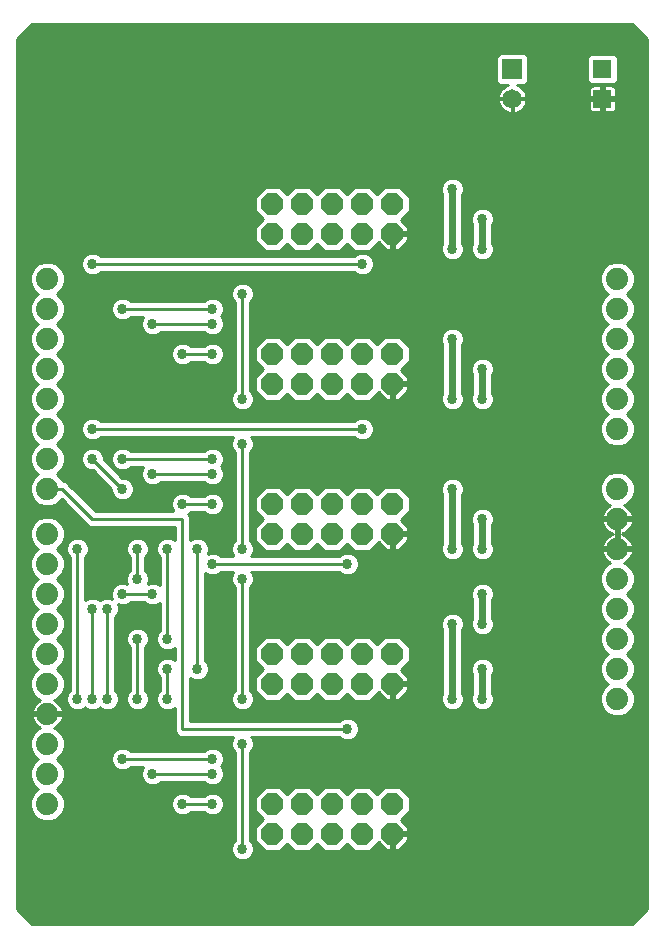
<source format=gbl>
G75*
%MOIN*%
%OFA0B0*%
%FSLAX25Y25*%
%IPPOS*%
%LPD*%
%AMOC8*
5,1,8,0,0,1.08239X$1,22.5*
%
%ADD10C,0.07400*%
%ADD11OC8,0.07400*%
%ADD12R,0.06000X0.06000*%
%ADD13C,0.06500*%
%ADD14R,0.06500X0.06500*%
%ADD15C,0.03378*%
%ADD16C,0.02400*%
%ADD17C,0.01000*%
D10*
X0016500Y0102524D03*
X0016500Y0112524D03*
X0016500Y0122524D03*
X0016500Y0132524D03*
X0016500Y0142524D03*
X0016500Y0152524D03*
X0016500Y0162524D03*
X0016500Y0172524D03*
X0016500Y0182524D03*
X0016500Y0192524D03*
X0016500Y0207524D03*
X0016500Y0217524D03*
X0016500Y0227524D03*
X0016500Y0237524D03*
X0016500Y0247524D03*
X0016500Y0257524D03*
X0016500Y0267524D03*
X0016500Y0277524D03*
X0206500Y0277524D03*
X0206500Y0267524D03*
X0206500Y0257524D03*
X0206500Y0247524D03*
X0206500Y0237524D03*
X0206500Y0227524D03*
X0206500Y0207524D03*
X0206500Y0197524D03*
X0206500Y0187524D03*
X0206500Y0177524D03*
X0206500Y0167524D03*
X0206500Y0157524D03*
X0206500Y0147524D03*
X0206500Y0137524D03*
D11*
X0131500Y0142524D03*
X0131500Y0152524D03*
X0121500Y0152524D03*
X0121500Y0142524D03*
X0111500Y0142524D03*
X0111500Y0152524D03*
X0101500Y0152524D03*
X0101500Y0142524D03*
X0091500Y0142524D03*
X0091500Y0152524D03*
X0091500Y0192524D03*
X0091500Y0202524D03*
X0101500Y0202524D03*
X0101500Y0192524D03*
X0111500Y0192524D03*
X0111500Y0202524D03*
X0121500Y0202524D03*
X0121500Y0192524D03*
X0131500Y0192524D03*
X0131500Y0202524D03*
X0131500Y0242524D03*
X0131500Y0252524D03*
X0121500Y0252524D03*
X0121500Y0242524D03*
X0111500Y0242524D03*
X0111500Y0252524D03*
X0101500Y0252524D03*
X0101500Y0242524D03*
X0091500Y0242524D03*
X0091500Y0252524D03*
X0091500Y0292524D03*
X0091500Y0302524D03*
X0101500Y0302524D03*
X0101500Y0292524D03*
X0111500Y0292524D03*
X0111500Y0302524D03*
X0121500Y0302524D03*
X0121500Y0292524D03*
X0131500Y0292524D03*
X0131500Y0302524D03*
X0131500Y0102524D03*
X0131500Y0092524D03*
X0121500Y0092524D03*
X0121500Y0102524D03*
X0111500Y0102524D03*
X0111500Y0092524D03*
X0101500Y0092524D03*
X0101500Y0102524D03*
X0091500Y0102524D03*
X0091500Y0092524D03*
D12*
X0201500Y0337524D03*
X0201500Y0347524D03*
D13*
X0171500Y0337602D03*
D14*
X0171500Y0347445D03*
D15*
X0151500Y0307524D03*
X0161500Y0297524D03*
X0161500Y0287524D03*
X0151500Y0287524D03*
X0151500Y0257524D03*
X0161500Y0247524D03*
X0161500Y0237524D03*
X0151500Y0237524D03*
X0151500Y0207524D03*
X0161500Y0197524D03*
X0161500Y0187524D03*
X0161500Y0172524D03*
X0161500Y0162524D03*
X0171500Y0162524D03*
X0171500Y0172524D03*
X0161500Y0147524D03*
X0161500Y0137524D03*
X0151500Y0137524D03*
X0151500Y0162524D03*
X0151500Y0187524D03*
X0121500Y0227524D03*
X0116500Y0182524D03*
X0116500Y0127524D03*
X0081500Y0122524D03*
X0071500Y0117524D03*
X0071500Y0112524D03*
X0071500Y0102524D03*
X0081500Y0087524D03*
X0061500Y0102524D03*
X0051500Y0112524D03*
X0041500Y0117524D03*
X0036500Y0137524D03*
X0031500Y0137524D03*
X0026500Y0137524D03*
X0031500Y0167524D03*
X0036500Y0167524D03*
X0041500Y0172524D03*
X0046500Y0177524D03*
X0051500Y0172524D03*
X0046500Y0187524D03*
X0056500Y0187524D03*
X0066500Y0187524D03*
X0071500Y0182524D03*
X0081500Y0187524D03*
X0081500Y0177524D03*
X0071500Y0202524D03*
X0071500Y0212524D03*
X0071500Y0217524D03*
X0081500Y0222524D03*
X0081500Y0237524D03*
X0071500Y0252524D03*
X0071500Y0262524D03*
X0071500Y0267524D03*
X0081500Y0272524D03*
X0061500Y0252524D03*
X0051500Y0262524D03*
X0041500Y0267524D03*
X0031500Y0282524D03*
X0031500Y0227524D03*
X0031500Y0217524D03*
X0041500Y0217524D03*
X0041500Y0207524D03*
X0051500Y0212524D03*
X0061500Y0202524D03*
X0056500Y0157524D03*
X0056500Y0147524D03*
X0056500Y0137524D03*
X0066500Y0147524D03*
X0081500Y0137524D03*
X0046500Y0137524D03*
X0046500Y0157524D03*
X0026500Y0187524D03*
X0121500Y0282524D03*
D16*
X0151500Y0287524D02*
X0151500Y0307524D01*
X0161500Y0297524D02*
X0161500Y0287524D01*
X0151500Y0257524D02*
X0151500Y0237524D01*
X0161500Y0237524D02*
X0161500Y0247524D01*
X0151500Y0207524D02*
X0151500Y0187524D01*
X0161500Y0187524D02*
X0161500Y0197524D01*
X0161500Y0172524D02*
X0161500Y0162524D01*
X0171500Y0162524D02*
X0171500Y0172524D01*
X0161500Y0147524D02*
X0161500Y0137524D01*
X0151500Y0137524D02*
X0151500Y0162524D01*
D17*
X0011500Y0062524D02*
X0006500Y0067524D01*
X0006500Y0357524D01*
X0011500Y0362524D01*
X0211500Y0362524D01*
X0216500Y0357524D01*
X0216500Y0067524D01*
X0211500Y0062524D01*
X0011500Y0062524D01*
X0010509Y0063515D02*
X0212491Y0063515D01*
X0213490Y0064513D02*
X0009510Y0064513D01*
X0008512Y0065512D02*
X0214488Y0065512D01*
X0215487Y0066510D02*
X0007513Y0066510D01*
X0006515Y0067509D02*
X0216485Y0067509D01*
X0216500Y0068507D02*
X0006500Y0068507D01*
X0006500Y0069506D02*
X0216500Y0069506D01*
X0216500Y0070504D02*
X0006500Y0070504D01*
X0006500Y0071503D02*
X0216500Y0071503D01*
X0216500Y0072501D02*
X0006500Y0072501D01*
X0006500Y0073500D02*
X0216500Y0073500D01*
X0216500Y0074498D02*
X0006500Y0074498D01*
X0006500Y0075497D02*
X0216500Y0075497D01*
X0216500Y0076495D02*
X0006500Y0076495D01*
X0006500Y0077494D02*
X0216500Y0077494D01*
X0216500Y0078492D02*
X0006500Y0078492D01*
X0006500Y0079491D02*
X0216500Y0079491D01*
X0216500Y0080489D02*
X0006500Y0080489D01*
X0006500Y0081488D02*
X0216500Y0081488D01*
X0216500Y0082486D02*
X0006500Y0082486D01*
X0006500Y0083485D02*
X0216500Y0083485D01*
X0216500Y0084483D02*
X0083818Y0084483D01*
X0083646Y0084311D02*
X0084712Y0085377D01*
X0085289Y0086770D01*
X0085289Y0088277D01*
X0084712Y0089670D01*
X0084100Y0090282D01*
X0084100Y0119765D01*
X0084712Y0120377D01*
X0085289Y0121770D01*
X0085289Y0123277D01*
X0084712Y0124670D01*
X0084458Y0124924D01*
X0113742Y0124924D01*
X0114354Y0124311D01*
X0115746Y0123735D01*
X0117254Y0123735D01*
X0118646Y0124311D01*
X0119712Y0125377D01*
X0120289Y0126770D01*
X0120289Y0128277D01*
X0119712Y0129670D01*
X0118646Y0130736D01*
X0117254Y0131313D01*
X0115746Y0131313D01*
X0114354Y0130736D01*
X0113742Y0130124D01*
X0064100Y0130124D01*
X0064100Y0144565D01*
X0064354Y0144311D01*
X0065746Y0143735D01*
X0067254Y0143735D01*
X0068646Y0144311D01*
X0069712Y0145377D01*
X0070289Y0146770D01*
X0070289Y0148277D01*
X0069712Y0149670D01*
X0069100Y0150282D01*
X0069100Y0179565D01*
X0069354Y0179311D01*
X0070746Y0178735D01*
X0072254Y0178735D01*
X0073646Y0179311D01*
X0074258Y0179924D01*
X0078542Y0179924D01*
X0078288Y0179670D01*
X0077711Y0178277D01*
X0077711Y0176770D01*
X0078288Y0175377D01*
X0078900Y0174765D01*
X0078900Y0140282D01*
X0078288Y0139670D01*
X0077711Y0138277D01*
X0077711Y0136770D01*
X0078288Y0135377D01*
X0079354Y0134311D01*
X0080746Y0133735D01*
X0082254Y0133735D01*
X0083646Y0134311D01*
X0084712Y0135377D01*
X0085289Y0136770D01*
X0085289Y0138277D01*
X0084712Y0139670D01*
X0084100Y0140282D01*
X0084100Y0174765D01*
X0084712Y0175377D01*
X0085289Y0176770D01*
X0085289Y0178277D01*
X0084712Y0179670D01*
X0084458Y0179924D01*
X0113742Y0179924D01*
X0114354Y0179311D01*
X0115746Y0178735D01*
X0117254Y0178735D01*
X0118646Y0179311D01*
X0119712Y0180377D01*
X0120289Y0181770D01*
X0120289Y0183277D01*
X0119712Y0184670D01*
X0118646Y0185736D01*
X0117254Y0186313D01*
X0115746Y0186313D01*
X0114354Y0185736D01*
X0113742Y0185124D01*
X0084458Y0185124D01*
X0084712Y0185377D01*
X0085289Y0186770D01*
X0085289Y0188277D01*
X0084712Y0189670D01*
X0084100Y0190282D01*
X0084100Y0219765D01*
X0084712Y0220377D01*
X0085289Y0221770D01*
X0085289Y0223277D01*
X0084712Y0224670D01*
X0084458Y0224924D01*
X0118742Y0224924D01*
X0119354Y0224311D01*
X0120746Y0223735D01*
X0122254Y0223735D01*
X0123646Y0224311D01*
X0124712Y0225377D01*
X0125289Y0226770D01*
X0125289Y0228277D01*
X0124712Y0229670D01*
X0123646Y0230736D01*
X0122254Y0231313D01*
X0120746Y0231313D01*
X0119354Y0230736D01*
X0118742Y0230124D01*
X0034258Y0230124D01*
X0033646Y0230736D01*
X0032254Y0231313D01*
X0030746Y0231313D01*
X0029354Y0230736D01*
X0028288Y0229670D01*
X0027711Y0228277D01*
X0027711Y0226770D01*
X0028288Y0225377D01*
X0029354Y0224311D01*
X0030746Y0223735D01*
X0032254Y0223735D01*
X0033646Y0224311D01*
X0034258Y0224924D01*
X0078542Y0224924D01*
X0078288Y0224670D01*
X0077711Y0223277D01*
X0077711Y0221770D01*
X0078288Y0220377D01*
X0078900Y0219765D01*
X0078900Y0190282D01*
X0078288Y0189670D01*
X0077711Y0188277D01*
X0077711Y0186770D01*
X0078288Y0185377D01*
X0078542Y0185124D01*
X0074258Y0185124D01*
X0073646Y0185736D01*
X0072254Y0186313D01*
X0070746Y0186313D01*
X0069966Y0185989D01*
X0070289Y0186770D01*
X0070289Y0188277D01*
X0069712Y0189670D01*
X0068646Y0190736D01*
X0067254Y0191313D01*
X0065746Y0191313D01*
X0064354Y0190736D01*
X0064100Y0190482D01*
X0064100Y0198041D01*
X0063704Y0198996D01*
X0063464Y0199236D01*
X0063646Y0199311D01*
X0064258Y0199924D01*
X0068742Y0199924D01*
X0069354Y0199311D01*
X0070746Y0198735D01*
X0072254Y0198735D01*
X0073646Y0199311D01*
X0074712Y0200377D01*
X0075289Y0201770D01*
X0075289Y0203277D01*
X0074712Y0204670D01*
X0073646Y0205736D01*
X0072254Y0206313D01*
X0070746Y0206313D01*
X0069354Y0205736D01*
X0068742Y0205124D01*
X0064258Y0205124D01*
X0063646Y0205736D01*
X0062254Y0206313D01*
X0060746Y0206313D01*
X0059354Y0205736D01*
X0058288Y0204670D01*
X0057711Y0203277D01*
X0057711Y0201770D01*
X0058288Y0200377D01*
X0058542Y0200124D01*
X0032577Y0200124D01*
X0023704Y0208996D01*
X0022973Y0209728D01*
X0022017Y0210124D01*
X0021701Y0210124D01*
X0021417Y0210809D01*
X0019785Y0212441D01*
X0019585Y0212524D01*
X0019785Y0212607D01*
X0021417Y0214238D01*
X0022300Y0216370D01*
X0022300Y0218677D01*
X0021417Y0220809D01*
X0019785Y0222441D01*
X0019585Y0222524D01*
X0019785Y0222607D01*
X0021417Y0224238D01*
X0022300Y0226370D01*
X0022300Y0228677D01*
X0021417Y0230809D01*
X0019785Y0232441D01*
X0019585Y0232524D01*
X0019785Y0232607D01*
X0021417Y0234238D01*
X0022300Y0236370D01*
X0022300Y0238677D01*
X0021417Y0240809D01*
X0019785Y0242441D01*
X0019585Y0242524D01*
X0019785Y0242607D01*
X0021417Y0244238D01*
X0022300Y0246370D01*
X0022300Y0248677D01*
X0021417Y0250809D01*
X0019785Y0252441D01*
X0019585Y0252524D01*
X0019785Y0252607D01*
X0021417Y0254238D01*
X0022300Y0256370D01*
X0022300Y0258677D01*
X0021417Y0260809D01*
X0019785Y0262441D01*
X0019585Y0262524D01*
X0019785Y0262607D01*
X0021417Y0264238D01*
X0022300Y0266370D01*
X0022300Y0268677D01*
X0021417Y0270809D01*
X0019785Y0272441D01*
X0019585Y0272524D01*
X0019785Y0272607D01*
X0021417Y0274238D01*
X0022300Y0276370D01*
X0022300Y0278677D01*
X0021417Y0280809D01*
X0019785Y0282441D01*
X0017654Y0283324D01*
X0015346Y0283324D01*
X0013215Y0282441D01*
X0011583Y0280809D01*
X0010700Y0278677D01*
X0010700Y0276370D01*
X0011583Y0274238D01*
X0013215Y0272607D01*
X0013415Y0272524D01*
X0013215Y0272441D01*
X0011583Y0270809D01*
X0010700Y0268677D01*
X0010700Y0266370D01*
X0011583Y0264238D01*
X0013215Y0262607D01*
X0013415Y0262524D01*
X0013215Y0262441D01*
X0011583Y0260809D01*
X0010700Y0258677D01*
X0010700Y0256370D01*
X0011583Y0254238D01*
X0013215Y0252607D01*
X0013415Y0252524D01*
X0013215Y0252441D01*
X0011583Y0250809D01*
X0010700Y0248677D01*
X0010700Y0246370D01*
X0011583Y0244238D01*
X0013215Y0242607D01*
X0013415Y0242524D01*
X0013215Y0242441D01*
X0011583Y0240809D01*
X0010700Y0238677D01*
X0010700Y0236370D01*
X0011583Y0234238D01*
X0013215Y0232607D01*
X0013415Y0232524D01*
X0013215Y0232441D01*
X0011583Y0230809D01*
X0010700Y0228677D01*
X0010700Y0226370D01*
X0011583Y0224238D01*
X0013215Y0222607D01*
X0013415Y0222524D01*
X0013215Y0222441D01*
X0011583Y0220809D01*
X0010700Y0218677D01*
X0010700Y0216370D01*
X0011583Y0214238D01*
X0013215Y0212607D01*
X0013415Y0212524D01*
X0013215Y0212441D01*
X0011583Y0210809D01*
X0010700Y0208677D01*
X0010700Y0206370D01*
X0011583Y0204238D01*
X0013215Y0202607D01*
X0015346Y0201724D01*
X0017654Y0201724D01*
X0019785Y0202607D01*
X0021263Y0204084D01*
X0030027Y0195319D01*
X0030983Y0194924D01*
X0058900Y0194924D01*
X0058900Y0190482D01*
X0058646Y0190736D01*
X0057254Y0191313D01*
X0055746Y0191313D01*
X0054354Y0190736D01*
X0053288Y0189670D01*
X0052711Y0188277D01*
X0052711Y0186770D01*
X0053288Y0185377D01*
X0053900Y0184765D01*
X0053900Y0175482D01*
X0053646Y0175736D01*
X0052254Y0176313D01*
X0050746Y0176313D01*
X0049966Y0175989D01*
X0050289Y0176770D01*
X0050289Y0178277D01*
X0049712Y0179670D01*
X0049100Y0180282D01*
X0049100Y0184765D01*
X0049712Y0185377D01*
X0050289Y0186770D01*
X0050289Y0188277D01*
X0049712Y0189670D01*
X0048646Y0190736D01*
X0047254Y0191313D01*
X0045746Y0191313D01*
X0044354Y0190736D01*
X0043288Y0189670D01*
X0042711Y0188277D01*
X0042711Y0186770D01*
X0043288Y0185377D01*
X0043900Y0184765D01*
X0043900Y0180282D01*
X0043288Y0179670D01*
X0042711Y0178277D01*
X0042711Y0176770D01*
X0043034Y0175989D01*
X0042254Y0176313D01*
X0040746Y0176313D01*
X0039354Y0175736D01*
X0038288Y0174670D01*
X0037711Y0173277D01*
X0037711Y0171770D01*
X0038034Y0170989D01*
X0037254Y0171313D01*
X0035746Y0171313D01*
X0034354Y0170736D01*
X0034000Y0170382D01*
X0033646Y0170736D01*
X0032254Y0171313D01*
X0030746Y0171313D01*
X0029354Y0170736D01*
X0029100Y0170482D01*
X0029100Y0184765D01*
X0029712Y0185377D01*
X0030289Y0186770D01*
X0030289Y0188277D01*
X0029712Y0189670D01*
X0028646Y0190736D01*
X0027254Y0191313D01*
X0025746Y0191313D01*
X0024354Y0190736D01*
X0023288Y0189670D01*
X0022711Y0188277D01*
X0022711Y0186770D01*
X0023288Y0185377D01*
X0023900Y0184765D01*
X0023900Y0140282D01*
X0023288Y0139670D01*
X0022711Y0138277D01*
X0022711Y0136770D01*
X0023288Y0135377D01*
X0024354Y0134311D01*
X0025746Y0133735D01*
X0027254Y0133735D01*
X0028646Y0134311D01*
X0029000Y0134665D01*
X0029354Y0134311D01*
X0030746Y0133735D01*
X0032254Y0133735D01*
X0033646Y0134311D01*
X0034000Y0134665D01*
X0034354Y0134311D01*
X0035746Y0133735D01*
X0037254Y0133735D01*
X0038646Y0134311D01*
X0039712Y0135377D01*
X0040289Y0136770D01*
X0040289Y0138277D01*
X0039712Y0139670D01*
X0039100Y0140282D01*
X0039100Y0164765D01*
X0039712Y0165377D01*
X0040289Y0166770D01*
X0040289Y0168277D01*
X0039966Y0169058D01*
X0040746Y0168735D01*
X0042254Y0168735D01*
X0043646Y0169311D01*
X0044258Y0169924D01*
X0048742Y0169924D01*
X0049354Y0169311D01*
X0050746Y0168735D01*
X0052254Y0168735D01*
X0053646Y0169311D01*
X0053900Y0169565D01*
X0053900Y0160282D01*
X0053288Y0159670D01*
X0052711Y0158277D01*
X0052711Y0156770D01*
X0053288Y0155377D01*
X0054354Y0154311D01*
X0055746Y0153735D01*
X0057254Y0153735D01*
X0058646Y0154311D01*
X0058900Y0154565D01*
X0058900Y0150482D01*
X0058646Y0150736D01*
X0057254Y0151313D01*
X0055746Y0151313D01*
X0054354Y0150736D01*
X0053288Y0149670D01*
X0052711Y0148277D01*
X0052711Y0146770D01*
X0053288Y0145377D01*
X0053900Y0144765D01*
X0053900Y0140282D01*
X0053288Y0139670D01*
X0052711Y0138277D01*
X0052711Y0136770D01*
X0053288Y0135377D01*
X0054354Y0134311D01*
X0055746Y0133735D01*
X0057254Y0133735D01*
X0058646Y0134311D01*
X0058900Y0134565D01*
X0058900Y0127006D01*
X0059296Y0126051D01*
X0060027Y0125319D01*
X0060983Y0124924D01*
X0078542Y0124924D01*
X0078288Y0124670D01*
X0077711Y0123277D01*
X0077711Y0121770D01*
X0078288Y0120377D01*
X0078900Y0119765D01*
X0078900Y0090282D01*
X0078288Y0089670D01*
X0077711Y0088277D01*
X0077711Y0086770D01*
X0078288Y0085377D01*
X0079354Y0084311D01*
X0080746Y0083735D01*
X0082254Y0083735D01*
X0083646Y0084311D01*
X0084755Y0085482D02*
X0216500Y0085482D01*
X0216500Y0086480D02*
X0085169Y0086480D01*
X0085289Y0087479D02*
X0088342Y0087479D01*
X0089098Y0086724D02*
X0093902Y0086724D01*
X0096500Y0089321D01*
X0099098Y0086724D01*
X0103902Y0086724D01*
X0106500Y0089321D01*
X0109098Y0086724D01*
X0113902Y0086724D01*
X0116500Y0089321D01*
X0119098Y0086724D01*
X0123902Y0086724D01*
X0126924Y0089745D01*
X0129346Y0087324D01*
X0131000Y0087324D01*
X0131000Y0092024D01*
X0132000Y0092024D01*
X0132000Y0093024D01*
X0136700Y0093024D01*
X0136700Y0094678D01*
X0134278Y0097099D01*
X0137300Y0100121D01*
X0137300Y0104926D01*
X0133902Y0108324D01*
X0129098Y0108324D01*
X0126500Y0105726D01*
X0123902Y0108324D01*
X0119098Y0108324D01*
X0116500Y0105726D01*
X0113902Y0108324D01*
X0109098Y0108324D01*
X0106500Y0105726D01*
X0103902Y0108324D01*
X0099098Y0108324D01*
X0096500Y0105726D01*
X0093902Y0108324D01*
X0089098Y0108324D01*
X0085700Y0104926D01*
X0085700Y0100121D01*
X0088298Y0097524D01*
X0085700Y0094926D01*
X0085700Y0090121D01*
X0089098Y0086724D01*
X0087344Y0088477D02*
X0085206Y0088477D01*
X0084792Y0089476D02*
X0086345Y0089476D01*
X0085700Y0090474D02*
X0084100Y0090474D01*
X0084100Y0091473D02*
X0085700Y0091473D01*
X0085700Y0092472D02*
X0084100Y0092472D01*
X0084100Y0093470D02*
X0085700Y0093470D01*
X0085700Y0094469D02*
X0084100Y0094469D01*
X0084100Y0095467D02*
X0086241Y0095467D01*
X0087240Y0096466D02*
X0084100Y0096466D01*
X0084100Y0097464D02*
X0088238Y0097464D01*
X0087359Y0098463D02*
X0084100Y0098463D01*
X0084100Y0099461D02*
X0086360Y0099461D01*
X0085700Y0100460D02*
X0084100Y0100460D01*
X0084100Y0101458D02*
X0085700Y0101458D01*
X0085700Y0102457D02*
X0084100Y0102457D01*
X0084100Y0103455D02*
X0085700Y0103455D01*
X0085700Y0104454D02*
X0084100Y0104454D01*
X0084100Y0105452D02*
X0086226Y0105452D01*
X0087225Y0106451D02*
X0084100Y0106451D01*
X0084100Y0107449D02*
X0088223Y0107449D01*
X0084100Y0108448D02*
X0216500Y0108448D01*
X0216500Y0109446D02*
X0084100Y0109446D01*
X0084100Y0110445D02*
X0216500Y0110445D01*
X0216500Y0111443D02*
X0084100Y0111443D01*
X0084100Y0112442D02*
X0216500Y0112442D01*
X0216500Y0113440D02*
X0084100Y0113440D01*
X0084100Y0114439D02*
X0216500Y0114439D01*
X0216500Y0115437D02*
X0084100Y0115437D01*
X0084100Y0116436D02*
X0216500Y0116436D01*
X0216500Y0117434D02*
X0084100Y0117434D01*
X0084100Y0118433D02*
X0216500Y0118433D01*
X0216500Y0119431D02*
X0084100Y0119431D01*
X0084734Y0120430D02*
X0216500Y0120430D01*
X0216500Y0121428D02*
X0085147Y0121428D01*
X0085289Y0122427D02*
X0216500Y0122427D01*
X0216500Y0123425D02*
X0085228Y0123425D01*
X0084814Y0124424D02*
X0114241Y0124424D01*
X0116500Y0127524D02*
X0061500Y0127524D01*
X0061500Y0197524D01*
X0031500Y0197524D01*
X0021500Y0207524D01*
X0016500Y0207524D01*
X0013936Y0202308D02*
X0006500Y0202308D01*
X0006500Y0203306D02*
X0012515Y0203306D01*
X0011555Y0204305D02*
X0006500Y0204305D01*
X0006500Y0205303D02*
X0011142Y0205303D01*
X0010728Y0206302D02*
X0006500Y0206302D01*
X0006500Y0207300D02*
X0010700Y0207300D01*
X0010700Y0208299D02*
X0006500Y0208299D01*
X0006500Y0209297D02*
X0010957Y0209297D01*
X0011370Y0210296D02*
X0006500Y0210296D01*
X0006500Y0211294D02*
X0012068Y0211294D01*
X0013067Y0212293D02*
X0006500Y0212293D01*
X0006500Y0213291D02*
X0012530Y0213291D01*
X0011562Y0214290D02*
X0006500Y0214290D01*
X0006500Y0215288D02*
X0011148Y0215288D01*
X0010734Y0216287D02*
X0006500Y0216287D01*
X0006500Y0217285D02*
X0010700Y0217285D01*
X0010700Y0218284D02*
X0006500Y0218284D01*
X0006500Y0219282D02*
X0010951Y0219282D01*
X0011364Y0220281D02*
X0006500Y0220281D01*
X0006500Y0221279D02*
X0012053Y0221279D01*
X0013052Y0222278D02*
X0006500Y0222278D01*
X0006500Y0223277D02*
X0012545Y0223277D01*
X0011568Y0224275D02*
X0006500Y0224275D01*
X0006500Y0225274D02*
X0011154Y0225274D01*
X0010741Y0226272D02*
X0006500Y0226272D01*
X0006500Y0227271D02*
X0010700Y0227271D01*
X0010700Y0228269D02*
X0006500Y0228269D01*
X0006500Y0229268D02*
X0010945Y0229268D01*
X0011358Y0230266D02*
X0006500Y0230266D01*
X0006500Y0231265D02*
X0012039Y0231265D01*
X0013037Y0232263D02*
X0006500Y0232263D01*
X0006500Y0233262D02*
X0012560Y0233262D01*
X0011574Y0234260D02*
X0006500Y0234260D01*
X0006500Y0235259D02*
X0011160Y0235259D01*
X0010747Y0236257D02*
X0006500Y0236257D01*
X0006500Y0237256D02*
X0010700Y0237256D01*
X0010700Y0238254D02*
X0006500Y0238254D01*
X0006500Y0239253D02*
X0010938Y0239253D01*
X0011352Y0240251D02*
X0006500Y0240251D01*
X0006500Y0241250D02*
X0012024Y0241250D01*
X0013022Y0242248D02*
X0006500Y0242248D01*
X0006500Y0243247D02*
X0012574Y0243247D01*
X0011580Y0244245D02*
X0006500Y0244245D01*
X0006500Y0245244D02*
X0011166Y0245244D01*
X0010753Y0246242D02*
X0006500Y0246242D01*
X0006500Y0247241D02*
X0010700Y0247241D01*
X0010700Y0248239D02*
X0006500Y0248239D01*
X0006500Y0249238D02*
X0010932Y0249238D01*
X0011346Y0250236D02*
X0006500Y0250236D01*
X0006500Y0251235D02*
X0012009Y0251235D01*
X0013007Y0252233D02*
X0006500Y0252233D01*
X0006500Y0253232D02*
X0012589Y0253232D01*
X0011591Y0254230D02*
X0006500Y0254230D01*
X0006500Y0255229D02*
X0011173Y0255229D01*
X0010759Y0256227D02*
X0006500Y0256227D01*
X0006500Y0257226D02*
X0010700Y0257226D01*
X0010700Y0258224D02*
X0006500Y0258224D01*
X0006500Y0259223D02*
X0010926Y0259223D01*
X0011340Y0260221D02*
X0006500Y0260221D01*
X0006500Y0261220D02*
X0011994Y0261220D01*
X0012992Y0262218D02*
X0006500Y0262218D01*
X0006500Y0263217D02*
X0012604Y0263217D01*
X0011606Y0264215D02*
X0006500Y0264215D01*
X0006500Y0265214D02*
X0011179Y0265214D01*
X0010765Y0266212D02*
X0006500Y0266212D01*
X0006500Y0267211D02*
X0010700Y0267211D01*
X0010700Y0268210D02*
X0006500Y0268210D01*
X0006500Y0269208D02*
X0010920Y0269208D01*
X0011333Y0270207D02*
X0006500Y0270207D01*
X0006500Y0271205D02*
X0011979Y0271205D01*
X0012977Y0272204D02*
X0006500Y0272204D01*
X0006500Y0273202D02*
X0012619Y0273202D01*
X0011621Y0274201D02*
X0006500Y0274201D01*
X0006500Y0275199D02*
X0011185Y0275199D01*
X0010771Y0276198D02*
X0006500Y0276198D01*
X0006500Y0277196D02*
X0010700Y0277196D01*
X0010700Y0278195D02*
X0006500Y0278195D01*
X0006500Y0279193D02*
X0010914Y0279193D01*
X0011327Y0280192D02*
X0006500Y0280192D01*
X0006500Y0281190D02*
X0011964Y0281190D01*
X0012963Y0282189D02*
X0006500Y0282189D01*
X0006500Y0283187D02*
X0015017Y0283187D01*
X0017983Y0283187D02*
X0027711Y0283187D01*
X0027711Y0283277D02*
X0027711Y0281770D01*
X0028288Y0280377D01*
X0029354Y0279311D01*
X0030746Y0278735D01*
X0032254Y0278735D01*
X0033646Y0279311D01*
X0034258Y0279924D01*
X0118742Y0279924D01*
X0119354Y0279311D01*
X0120746Y0278735D01*
X0122254Y0278735D01*
X0123646Y0279311D01*
X0124712Y0280377D01*
X0125289Y0281770D01*
X0125289Y0283277D01*
X0124712Y0284670D01*
X0123646Y0285736D01*
X0122254Y0286313D01*
X0120746Y0286313D01*
X0119354Y0285736D01*
X0118742Y0285124D01*
X0034258Y0285124D01*
X0033646Y0285736D01*
X0032254Y0286313D01*
X0030746Y0286313D01*
X0029354Y0285736D01*
X0028288Y0284670D01*
X0027711Y0283277D01*
X0028087Y0284186D02*
X0006500Y0284186D01*
X0006500Y0285184D02*
X0028802Y0285184D01*
X0030433Y0286183D02*
X0006500Y0286183D01*
X0006500Y0287181D02*
X0088640Y0287181D01*
X0089098Y0286724D02*
X0093902Y0286724D01*
X0096500Y0289321D01*
X0099098Y0286724D01*
X0103902Y0286724D01*
X0106500Y0289321D01*
X0109098Y0286724D01*
X0113902Y0286724D01*
X0116500Y0289321D01*
X0119098Y0286724D01*
X0123902Y0286724D01*
X0126924Y0289745D01*
X0129346Y0287324D01*
X0131000Y0287324D01*
X0131000Y0292024D01*
X0132000Y0292024D01*
X0132000Y0293024D01*
X0136700Y0293024D01*
X0136700Y0294678D01*
X0134278Y0297099D01*
X0137300Y0300121D01*
X0137300Y0304926D01*
X0133902Y0308324D01*
X0129098Y0308324D01*
X0126500Y0305726D01*
X0123902Y0308324D01*
X0119098Y0308324D01*
X0116500Y0305726D01*
X0113902Y0308324D01*
X0109098Y0308324D01*
X0106500Y0305726D01*
X0103902Y0308324D01*
X0099098Y0308324D01*
X0096500Y0305726D01*
X0093902Y0308324D01*
X0089098Y0308324D01*
X0085700Y0304926D01*
X0085700Y0300121D01*
X0088298Y0297524D01*
X0085700Y0294926D01*
X0085700Y0290121D01*
X0089098Y0286724D01*
X0087641Y0288180D02*
X0006500Y0288180D01*
X0006500Y0289178D02*
X0086643Y0289178D01*
X0085700Y0290177D02*
X0006500Y0290177D01*
X0006500Y0291175D02*
X0085700Y0291175D01*
X0085700Y0292174D02*
X0006500Y0292174D01*
X0006500Y0293172D02*
X0085700Y0293172D01*
X0085700Y0294171D02*
X0006500Y0294171D01*
X0006500Y0295169D02*
X0085943Y0295169D01*
X0086942Y0296168D02*
X0006500Y0296168D01*
X0006500Y0297166D02*
X0087940Y0297166D01*
X0087656Y0298165D02*
X0006500Y0298165D01*
X0006500Y0299163D02*
X0086658Y0299163D01*
X0085700Y0300162D02*
X0006500Y0300162D01*
X0006500Y0301160D02*
X0085700Y0301160D01*
X0085700Y0302159D02*
X0006500Y0302159D01*
X0006500Y0303157D02*
X0085700Y0303157D01*
X0085700Y0304156D02*
X0006500Y0304156D01*
X0006500Y0305154D02*
X0085928Y0305154D01*
X0086927Y0306153D02*
X0006500Y0306153D01*
X0006500Y0307151D02*
X0087925Y0307151D01*
X0088924Y0308150D02*
X0006500Y0308150D01*
X0006500Y0309148D02*
X0148072Y0309148D01*
X0148288Y0309670D02*
X0147711Y0308277D01*
X0147711Y0306770D01*
X0148200Y0305589D01*
X0148200Y0289458D01*
X0147711Y0288277D01*
X0147711Y0286770D01*
X0148288Y0285377D01*
X0149354Y0284311D01*
X0150746Y0283735D01*
X0152254Y0283735D01*
X0153646Y0284311D01*
X0154712Y0285377D01*
X0155289Y0286770D01*
X0155289Y0288277D01*
X0154800Y0289458D01*
X0154800Y0305589D01*
X0155289Y0306770D01*
X0155289Y0308277D01*
X0154712Y0309670D01*
X0153646Y0310736D01*
X0152254Y0311313D01*
X0150746Y0311313D01*
X0149354Y0310736D01*
X0148288Y0309670D01*
X0148765Y0310147D02*
X0006500Y0310147D01*
X0006500Y0311145D02*
X0150343Y0311145D01*
X0152657Y0311145D02*
X0216500Y0311145D01*
X0216500Y0310147D02*
X0154235Y0310147D01*
X0154928Y0309148D02*
X0216500Y0309148D01*
X0216500Y0308150D02*
X0155289Y0308150D01*
X0155289Y0307151D02*
X0216500Y0307151D01*
X0216500Y0306153D02*
X0155033Y0306153D01*
X0154800Y0305154D02*
X0216500Y0305154D01*
X0216500Y0304156D02*
X0154800Y0304156D01*
X0154800Y0303157D02*
X0216500Y0303157D01*
X0216500Y0302159D02*
X0154800Y0302159D01*
X0154800Y0301160D02*
X0160379Y0301160D01*
X0160746Y0301313D02*
X0159354Y0300736D01*
X0158288Y0299670D01*
X0157711Y0298277D01*
X0157711Y0296770D01*
X0158200Y0295589D01*
X0158200Y0289458D01*
X0157711Y0288277D01*
X0157711Y0286770D01*
X0158288Y0285377D01*
X0159354Y0284311D01*
X0160746Y0283735D01*
X0162254Y0283735D01*
X0163646Y0284311D01*
X0164712Y0285377D01*
X0165289Y0286770D01*
X0165289Y0288277D01*
X0164800Y0289458D01*
X0164800Y0295589D01*
X0165289Y0296770D01*
X0165289Y0298277D01*
X0164712Y0299670D01*
X0163646Y0300736D01*
X0162254Y0301313D01*
X0160746Y0301313D01*
X0162621Y0301160D02*
X0216500Y0301160D01*
X0216500Y0300162D02*
X0164220Y0300162D01*
X0164922Y0299163D02*
X0216500Y0299163D01*
X0216500Y0298165D02*
X0165289Y0298165D01*
X0165289Y0297166D02*
X0216500Y0297166D01*
X0216500Y0296168D02*
X0165040Y0296168D01*
X0164800Y0295169D02*
X0216500Y0295169D01*
X0216500Y0294171D02*
X0164800Y0294171D01*
X0164800Y0293172D02*
X0216500Y0293172D01*
X0216500Y0292174D02*
X0164800Y0292174D01*
X0164800Y0291175D02*
X0216500Y0291175D01*
X0216500Y0290177D02*
X0164800Y0290177D01*
X0164916Y0289178D02*
X0216500Y0289178D01*
X0216500Y0288180D02*
X0165289Y0288180D01*
X0165289Y0287181D02*
X0216500Y0287181D01*
X0216500Y0286183D02*
X0165046Y0286183D01*
X0164519Y0285184D02*
X0216500Y0285184D01*
X0216500Y0284186D02*
X0163343Y0284186D01*
X0159657Y0284186D02*
X0153343Y0284186D01*
X0154519Y0285184D02*
X0158481Y0285184D01*
X0157954Y0286183D02*
X0155046Y0286183D01*
X0155289Y0287181D02*
X0157711Y0287181D01*
X0157711Y0288180D02*
X0155289Y0288180D01*
X0154916Y0289178D02*
X0158084Y0289178D01*
X0158200Y0290177D02*
X0154800Y0290177D01*
X0154800Y0291175D02*
X0158200Y0291175D01*
X0158200Y0292174D02*
X0154800Y0292174D01*
X0154800Y0293172D02*
X0158200Y0293172D01*
X0158200Y0294171D02*
X0154800Y0294171D01*
X0154800Y0295169D02*
X0158200Y0295169D01*
X0157960Y0296168D02*
X0154800Y0296168D01*
X0154800Y0297166D02*
X0157711Y0297166D01*
X0157711Y0298165D02*
X0154800Y0298165D01*
X0154800Y0299163D02*
X0158078Y0299163D01*
X0158780Y0300162D02*
X0154800Y0300162D01*
X0148200Y0300162D02*
X0137300Y0300162D01*
X0137300Y0301160D02*
X0148200Y0301160D01*
X0148200Y0302159D02*
X0137300Y0302159D01*
X0137300Y0303157D02*
X0148200Y0303157D01*
X0148200Y0304156D02*
X0137300Y0304156D01*
X0137072Y0305154D02*
X0148200Y0305154D01*
X0147967Y0306153D02*
X0136073Y0306153D01*
X0135075Y0307151D02*
X0147711Y0307151D01*
X0147711Y0308150D02*
X0134076Y0308150D01*
X0136342Y0299163D02*
X0148200Y0299163D01*
X0148200Y0298165D02*
X0135344Y0298165D01*
X0134345Y0297166D02*
X0148200Y0297166D01*
X0148200Y0296168D02*
X0135210Y0296168D01*
X0136208Y0295169D02*
X0148200Y0295169D01*
X0148200Y0294171D02*
X0136700Y0294171D01*
X0136700Y0293172D02*
X0148200Y0293172D01*
X0148200Y0292174D02*
X0132000Y0292174D01*
X0132000Y0292024D02*
X0136700Y0292024D01*
X0136700Y0290370D01*
X0133654Y0287324D01*
X0132000Y0287324D01*
X0132000Y0292024D01*
X0132000Y0291175D02*
X0131000Y0291175D01*
X0131000Y0290177D02*
X0132000Y0290177D01*
X0132000Y0289178D02*
X0131000Y0289178D01*
X0131000Y0288180D02*
X0132000Y0288180D01*
X0134510Y0288180D02*
X0147711Y0288180D01*
X0147711Y0287181D02*
X0124360Y0287181D01*
X0125359Y0288180D02*
X0128490Y0288180D01*
X0127491Y0289178D02*
X0126357Y0289178D01*
X0124198Y0285184D02*
X0148481Y0285184D01*
X0147954Y0286183D02*
X0122567Y0286183D01*
X0120433Y0286183D02*
X0032567Y0286183D01*
X0034198Y0285184D02*
X0118802Y0285184D01*
X0118640Y0287181D02*
X0114360Y0287181D01*
X0115359Y0288180D02*
X0117641Y0288180D01*
X0116643Y0289178D02*
X0116357Y0289178D01*
X0121500Y0282524D02*
X0031500Y0282524D01*
X0033361Y0279193D02*
X0119639Y0279193D01*
X0123361Y0279193D02*
X0200914Y0279193D01*
X0200700Y0278677D02*
X0200700Y0276370D01*
X0201583Y0274238D01*
X0203215Y0272607D01*
X0203415Y0272524D01*
X0203215Y0272441D01*
X0201583Y0270809D01*
X0200700Y0268677D01*
X0200700Y0266370D01*
X0201583Y0264238D01*
X0203215Y0262607D01*
X0203415Y0262524D01*
X0203215Y0262441D01*
X0201583Y0260809D01*
X0200700Y0258677D01*
X0200700Y0256370D01*
X0201583Y0254238D01*
X0203215Y0252607D01*
X0203415Y0252524D01*
X0203215Y0252441D01*
X0201583Y0250809D01*
X0200700Y0248677D01*
X0200700Y0246370D01*
X0201583Y0244238D01*
X0203215Y0242607D01*
X0203415Y0242524D01*
X0203215Y0242441D01*
X0201583Y0240809D01*
X0200700Y0238677D01*
X0200700Y0236370D01*
X0201583Y0234238D01*
X0203215Y0232607D01*
X0203415Y0232524D01*
X0203215Y0232441D01*
X0201583Y0230809D01*
X0200700Y0228677D01*
X0200700Y0226370D01*
X0201583Y0224238D01*
X0203215Y0222607D01*
X0205346Y0221724D01*
X0207654Y0221724D01*
X0209785Y0222607D01*
X0211417Y0224238D01*
X0212300Y0226370D01*
X0212300Y0228677D01*
X0211417Y0230809D01*
X0209785Y0232441D01*
X0209585Y0232524D01*
X0209785Y0232607D01*
X0211417Y0234238D01*
X0212300Y0236370D01*
X0212300Y0238677D01*
X0211417Y0240809D01*
X0209785Y0242441D01*
X0209585Y0242524D01*
X0209785Y0242607D01*
X0211417Y0244238D01*
X0212300Y0246370D01*
X0212300Y0248677D01*
X0211417Y0250809D01*
X0209785Y0252441D01*
X0209585Y0252524D01*
X0209785Y0252607D01*
X0211417Y0254238D01*
X0212300Y0256370D01*
X0212300Y0258677D01*
X0211417Y0260809D01*
X0209785Y0262441D01*
X0209585Y0262524D01*
X0209785Y0262607D01*
X0211417Y0264238D01*
X0212300Y0266370D01*
X0212300Y0268677D01*
X0211417Y0270809D01*
X0209785Y0272441D01*
X0209585Y0272524D01*
X0209785Y0272607D01*
X0211417Y0274238D01*
X0212300Y0276370D01*
X0212300Y0278677D01*
X0211417Y0280809D01*
X0209785Y0282441D01*
X0207654Y0283324D01*
X0205346Y0283324D01*
X0203215Y0282441D01*
X0201583Y0280809D01*
X0200700Y0278677D01*
X0200700Y0278195D02*
X0022300Y0278195D01*
X0022300Y0277196D02*
X0200700Y0277196D01*
X0200771Y0276198D02*
X0082531Y0276198D01*
X0082254Y0276313D02*
X0083646Y0275736D01*
X0084712Y0274670D01*
X0085289Y0273277D01*
X0085289Y0271770D01*
X0084712Y0270377D01*
X0084100Y0269765D01*
X0084100Y0240282D01*
X0084712Y0239670D01*
X0085289Y0238277D01*
X0085289Y0236770D01*
X0084712Y0235377D01*
X0083646Y0234311D01*
X0082254Y0233735D01*
X0080746Y0233735D01*
X0079354Y0234311D01*
X0078288Y0235377D01*
X0077711Y0236770D01*
X0077711Y0238277D01*
X0078288Y0239670D01*
X0078900Y0240282D01*
X0078900Y0269765D01*
X0078288Y0270377D01*
X0077711Y0271770D01*
X0077711Y0273277D01*
X0078288Y0274670D01*
X0079354Y0275736D01*
X0080746Y0276313D01*
X0082254Y0276313D01*
X0080469Y0276198D02*
X0022229Y0276198D01*
X0021815Y0275199D02*
X0078817Y0275199D01*
X0078093Y0274201D02*
X0021379Y0274201D01*
X0020381Y0273202D02*
X0077711Y0273202D01*
X0077711Y0272204D02*
X0020022Y0272204D01*
X0021021Y0271205D02*
X0040487Y0271205D01*
X0040746Y0271313D02*
X0039354Y0270736D01*
X0038288Y0269670D01*
X0037711Y0268277D01*
X0037711Y0266770D01*
X0038288Y0265377D01*
X0039354Y0264311D01*
X0040746Y0263735D01*
X0042254Y0263735D01*
X0043646Y0264311D01*
X0044258Y0264924D01*
X0048542Y0264924D01*
X0048288Y0264670D01*
X0047711Y0263277D01*
X0047711Y0261770D01*
X0048288Y0260377D01*
X0049354Y0259311D01*
X0050746Y0258735D01*
X0052254Y0258735D01*
X0053646Y0259311D01*
X0054258Y0259924D01*
X0068742Y0259924D01*
X0069354Y0259311D01*
X0070746Y0258735D01*
X0072254Y0258735D01*
X0073646Y0259311D01*
X0074712Y0260377D01*
X0075289Y0261770D01*
X0075289Y0263277D01*
X0074712Y0264670D01*
X0074358Y0265024D01*
X0074712Y0265377D01*
X0075289Y0266770D01*
X0075289Y0268277D01*
X0074712Y0269670D01*
X0073646Y0270736D01*
X0072254Y0271313D01*
X0070746Y0271313D01*
X0069354Y0270736D01*
X0068742Y0270124D01*
X0044258Y0270124D01*
X0043646Y0270736D01*
X0042254Y0271313D01*
X0040746Y0271313D01*
X0042513Y0271205D02*
X0070487Y0271205D01*
X0068824Y0270207D02*
X0044175Y0270207D01*
X0041500Y0267524D02*
X0071500Y0267524D01*
X0074175Y0270207D02*
X0078459Y0270207D01*
X0078900Y0269208D02*
X0074903Y0269208D01*
X0075289Y0268210D02*
X0078900Y0268210D01*
X0078900Y0267211D02*
X0075289Y0267211D01*
X0075058Y0266212D02*
X0078900Y0266212D01*
X0078900Y0265214D02*
X0074549Y0265214D01*
X0074900Y0264215D02*
X0078900Y0264215D01*
X0078900Y0263217D02*
X0075289Y0263217D01*
X0075289Y0262218D02*
X0078900Y0262218D01*
X0078900Y0261220D02*
X0075061Y0261220D01*
X0074556Y0260221D02*
X0078900Y0260221D01*
X0078900Y0259223D02*
X0073432Y0259223D01*
X0072254Y0256313D02*
X0070746Y0256313D01*
X0069354Y0255736D01*
X0068742Y0255124D01*
X0064258Y0255124D01*
X0063646Y0255736D01*
X0062254Y0256313D01*
X0060746Y0256313D01*
X0059354Y0255736D01*
X0058288Y0254670D01*
X0057711Y0253277D01*
X0057711Y0251770D01*
X0058288Y0250377D01*
X0059354Y0249311D01*
X0060746Y0248735D01*
X0062254Y0248735D01*
X0063646Y0249311D01*
X0064258Y0249924D01*
X0068742Y0249924D01*
X0069354Y0249311D01*
X0070746Y0248735D01*
X0072254Y0248735D01*
X0073646Y0249311D01*
X0074712Y0250377D01*
X0075289Y0251770D01*
X0075289Y0253277D01*
X0074712Y0254670D01*
X0073646Y0255736D01*
X0072254Y0256313D01*
X0072459Y0256227D02*
X0078900Y0256227D01*
X0078900Y0255229D02*
X0074153Y0255229D01*
X0074894Y0254230D02*
X0078900Y0254230D01*
X0078900Y0253232D02*
X0075289Y0253232D01*
X0075289Y0252233D02*
X0078900Y0252233D01*
X0078900Y0251235D02*
X0075067Y0251235D01*
X0074571Y0250236D02*
X0078900Y0250236D01*
X0078900Y0249238D02*
X0073468Y0249238D01*
X0071500Y0252524D02*
X0061500Y0252524D01*
X0064153Y0255229D02*
X0068847Y0255229D01*
X0070541Y0256227D02*
X0062459Y0256227D01*
X0060541Y0256227D02*
X0022241Y0256227D01*
X0022300Y0257226D02*
X0078900Y0257226D01*
X0078900Y0258224D02*
X0022300Y0258224D01*
X0022074Y0259223D02*
X0049568Y0259223D01*
X0048444Y0260221D02*
X0021660Y0260221D01*
X0021006Y0261220D02*
X0047939Y0261220D01*
X0047711Y0262218D02*
X0020008Y0262218D01*
X0020396Y0263217D02*
X0047711Y0263217D01*
X0048100Y0264215D02*
X0043414Y0264215D01*
X0039586Y0264215D02*
X0021394Y0264215D01*
X0021821Y0265214D02*
X0038451Y0265214D01*
X0037942Y0266212D02*
X0022235Y0266212D01*
X0022300Y0267211D02*
X0037711Y0267211D01*
X0037711Y0268210D02*
X0022300Y0268210D01*
X0022080Y0269208D02*
X0038097Y0269208D01*
X0038824Y0270207D02*
X0021667Y0270207D01*
X0022086Y0279193D02*
X0029639Y0279193D01*
X0028474Y0280192D02*
X0021673Y0280192D01*
X0021036Y0281190D02*
X0027951Y0281190D01*
X0027711Y0282189D02*
X0020037Y0282189D01*
X0021827Y0255229D02*
X0058847Y0255229D01*
X0058106Y0254230D02*
X0021409Y0254230D01*
X0020411Y0253232D02*
X0057711Y0253232D01*
X0057711Y0252233D02*
X0019993Y0252233D01*
X0020991Y0251235D02*
X0057933Y0251235D01*
X0058429Y0250236D02*
X0021654Y0250236D01*
X0022068Y0249238D02*
X0059532Y0249238D01*
X0063468Y0249238D02*
X0069532Y0249238D01*
X0069568Y0259223D02*
X0053432Y0259223D01*
X0051500Y0262524D02*
X0071500Y0262524D01*
X0072513Y0271205D02*
X0077945Y0271205D01*
X0081500Y0272524D02*
X0081500Y0237524D01*
X0084131Y0240251D02*
X0085700Y0240251D01*
X0085700Y0240121D02*
X0089098Y0236724D01*
X0093902Y0236724D01*
X0096500Y0239321D01*
X0099098Y0236724D01*
X0103902Y0236724D01*
X0106500Y0239321D01*
X0109098Y0236724D01*
X0113902Y0236724D01*
X0116500Y0239321D01*
X0119098Y0236724D01*
X0123902Y0236724D01*
X0126924Y0239745D01*
X0129346Y0237324D01*
X0131000Y0237324D01*
X0131000Y0242024D01*
X0132000Y0242024D01*
X0132000Y0243024D01*
X0136700Y0243024D01*
X0136700Y0244678D01*
X0134278Y0247099D01*
X0137300Y0250121D01*
X0137300Y0254926D01*
X0133902Y0258324D01*
X0129098Y0258324D01*
X0126500Y0255726D01*
X0123902Y0258324D01*
X0119098Y0258324D01*
X0116500Y0255726D01*
X0113902Y0258324D01*
X0109098Y0258324D01*
X0106500Y0255726D01*
X0103902Y0258324D01*
X0099098Y0258324D01*
X0096500Y0255726D01*
X0093902Y0258324D01*
X0089098Y0258324D01*
X0085700Y0254926D01*
X0085700Y0250121D01*
X0088298Y0247524D01*
X0085700Y0244926D01*
X0085700Y0240121D01*
X0085700Y0241250D02*
X0084100Y0241250D01*
X0084100Y0242248D02*
X0085700Y0242248D01*
X0085700Y0243247D02*
X0084100Y0243247D01*
X0084100Y0244245D02*
X0085700Y0244245D01*
X0086018Y0245244D02*
X0084100Y0245244D01*
X0084100Y0246242D02*
X0087016Y0246242D01*
X0088015Y0247241D02*
X0084100Y0247241D01*
X0084100Y0248239D02*
X0087582Y0248239D01*
X0086583Y0249238D02*
X0084100Y0249238D01*
X0084100Y0250236D02*
X0085700Y0250236D01*
X0085700Y0251235D02*
X0084100Y0251235D01*
X0084100Y0252233D02*
X0085700Y0252233D01*
X0085700Y0253232D02*
X0084100Y0253232D01*
X0084100Y0254230D02*
X0085700Y0254230D01*
X0086003Y0255229D02*
X0084100Y0255229D01*
X0084100Y0256227D02*
X0087001Y0256227D01*
X0088000Y0257226D02*
X0084100Y0257226D01*
X0084100Y0258224D02*
X0088998Y0258224D01*
X0084100Y0259223D02*
X0148103Y0259223D01*
X0148288Y0259670D02*
X0147711Y0258277D01*
X0147711Y0256770D01*
X0148200Y0255589D01*
X0148200Y0239458D01*
X0147711Y0238277D01*
X0147711Y0236770D01*
X0148288Y0235377D01*
X0149354Y0234311D01*
X0150746Y0233735D01*
X0152254Y0233735D01*
X0153646Y0234311D01*
X0154712Y0235377D01*
X0155289Y0236770D01*
X0155289Y0238277D01*
X0154800Y0239458D01*
X0154800Y0255589D01*
X0155289Y0256770D01*
X0155289Y0258277D01*
X0154712Y0259670D01*
X0153646Y0260736D01*
X0152254Y0261313D01*
X0150746Y0261313D01*
X0149354Y0260736D01*
X0148288Y0259670D01*
X0148839Y0260221D02*
X0084100Y0260221D01*
X0084100Y0261220D02*
X0150523Y0261220D01*
X0152477Y0261220D02*
X0201994Y0261220D01*
X0201340Y0260221D02*
X0154161Y0260221D01*
X0154897Y0259223D02*
X0200926Y0259223D01*
X0200700Y0258224D02*
X0155289Y0258224D01*
X0155289Y0257226D02*
X0200700Y0257226D01*
X0200759Y0256227D02*
X0155064Y0256227D01*
X0154800Y0255229D02*
X0201173Y0255229D01*
X0201591Y0254230D02*
X0154800Y0254230D01*
X0154800Y0253232D02*
X0202589Y0253232D01*
X0203007Y0252233D02*
X0154800Y0252233D01*
X0154800Y0251235D02*
X0160559Y0251235D01*
X0160746Y0251313D02*
X0159354Y0250736D01*
X0158288Y0249670D01*
X0157711Y0248277D01*
X0157711Y0246770D01*
X0158200Y0245589D01*
X0158200Y0239458D01*
X0157711Y0238277D01*
X0157711Y0236770D01*
X0158288Y0235377D01*
X0159354Y0234311D01*
X0160746Y0233735D01*
X0162254Y0233735D01*
X0163646Y0234311D01*
X0164712Y0235377D01*
X0165289Y0236770D01*
X0165289Y0238277D01*
X0164800Y0239458D01*
X0164800Y0245589D01*
X0165289Y0246770D01*
X0165289Y0248277D01*
X0164712Y0249670D01*
X0163646Y0250736D01*
X0162254Y0251313D01*
X0160746Y0251313D01*
X0162441Y0251235D02*
X0202009Y0251235D01*
X0201346Y0250236D02*
X0164146Y0250236D01*
X0164891Y0249238D02*
X0200932Y0249238D01*
X0200700Y0248239D02*
X0165289Y0248239D01*
X0165289Y0247241D02*
X0200700Y0247241D01*
X0200753Y0246242D02*
X0165070Y0246242D01*
X0164800Y0245244D02*
X0201166Y0245244D01*
X0201580Y0244245D02*
X0164800Y0244245D01*
X0164800Y0243247D02*
X0202574Y0243247D01*
X0203022Y0242248D02*
X0164800Y0242248D01*
X0164800Y0241250D02*
X0202024Y0241250D01*
X0201352Y0240251D02*
X0164800Y0240251D01*
X0164885Y0239253D02*
X0200938Y0239253D01*
X0200700Y0238254D02*
X0165289Y0238254D01*
X0165289Y0237256D02*
X0200700Y0237256D01*
X0200747Y0236257D02*
X0165077Y0236257D01*
X0164593Y0235259D02*
X0201160Y0235259D01*
X0201574Y0234260D02*
X0163522Y0234260D01*
X0159478Y0234260D02*
X0153522Y0234260D01*
X0154593Y0235259D02*
X0158407Y0235259D01*
X0157923Y0236257D02*
X0155077Y0236257D01*
X0155289Y0237256D02*
X0157711Y0237256D01*
X0157711Y0238254D02*
X0155289Y0238254D01*
X0154885Y0239253D02*
X0158115Y0239253D01*
X0158200Y0240251D02*
X0154800Y0240251D01*
X0154800Y0241250D02*
X0158200Y0241250D01*
X0158200Y0242248D02*
X0154800Y0242248D01*
X0154800Y0243247D02*
X0158200Y0243247D01*
X0158200Y0244245D02*
X0154800Y0244245D01*
X0154800Y0245244D02*
X0158200Y0245244D01*
X0157930Y0246242D02*
X0154800Y0246242D01*
X0154800Y0247241D02*
X0157711Y0247241D01*
X0157711Y0248239D02*
X0154800Y0248239D01*
X0154800Y0249238D02*
X0158109Y0249238D01*
X0158854Y0250236D02*
X0154800Y0250236D01*
X0148200Y0250236D02*
X0137300Y0250236D01*
X0137300Y0251235D02*
X0148200Y0251235D01*
X0148200Y0252233D02*
X0137300Y0252233D01*
X0137300Y0253232D02*
X0148200Y0253232D01*
X0148200Y0254230D02*
X0137300Y0254230D01*
X0136997Y0255229D02*
X0148200Y0255229D01*
X0147936Y0256227D02*
X0135999Y0256227D01*
X0135000Y0257226D02*
X0147711Y0257226D01*
X0147711Y0258224D02*
X0134002Y0258224D01*
X0128998Y0258224D02*
X0124002Y0258224D01*
X0125000Y0257226D02*
X0128000Y0257226D01*
X0127001Y0256227D02*
X0125999Y0256227D01*
X0118998Y0258224D02*
X0114002Y0258224D01*
X0115000Y0257226D02*
X0118000Y0257226D01*
X0117001Y0256227D02*
X0115999Y0256227D01*
X0108998Y0258224D02*
X0104002Y0258224D01*
X0105000Y0257226D02*
X0108000Y0257226D01*
X0107001Y0256227D02*
X0105999Y0256227D01*
X0098998Y0258224D02*
X0094002Y0258224D01*
X0095000Y0257226D02*
X0098000Y0257226D01*
X0097001Y0256227D02*
X0095999Y0256227D01*
X0096431Y0239253D02*
X0096569Y0239253D01*
X0097567Y0238254D02*
X0095433Y0238254D01*
X0094434Y0237256D02*
X0098566Y0237256D01*
X0104434Y0237256D02*
X0108566Y0237256D01*
X0107567Y0238254D02*
X0105433Y0238254D01*
X0106431Y0239253D02*
X0106569Y0239253D01*
X0114434Y0237256D02*
X0118566Y0237256D01*
X0117567Y0238254D02*
X0115433Y0238254D01*
X0116431Y0239253D02*
X0116569Y0239253D01*
X0120630Y0231265D02*
X0032370Y0231265D01*
X0030630Y0231265D02*
X0020961Y0231265D01*
X0021642Y0230266D02*
X0028884Y0230266D01*
X0028121Y0229268D02*
X0022055Y0229268D01*
X0022300Y0228269D02*
X0027711Y0228269D01*
X0027711Y0227271D02*
X0022300Y0227271D01*
X0022259Y0226272D02*
X0027917Y0226272D01*
X0028392Y0225274D02*
X0021846Y0225274D01*
X0021432Y0224275D02*
X0029442Y0224275D01*
X0030666Y0221279D02*
X0020947Y0221279D01*
X0021636Y0220281D02*
X0028899Y0220281D01*
X0029354Y0220736D02*
X0028288Y0219670D01*
X0027711Y0218277D01*
X0027711Y0216770D01*
X0028288Y0215377D01*
X0029354Y0214311D01*
X0030746Y0213735D01*
X0031612Y0213735D01*
X0037711Y0207636D01*
X0037711Y0206770D01*
X0038288Y0205377D01*
X0039354Y0204311D01*
X0040746Y0203735D01*
X0042254Y0203735D01*
X0043646Y0204311D01*
X0044712Y0205377D01*
X0045289Y0206770D01*
X0045289Y0208277D01*
X0044712Y0209670D01*
X0043646Y0210736D01*
X0042254Y0211313D01*
X0041388Y0211313D01*
X0035289Y0217412D01*
X0035289Y0218277D01*
X0034712Y0219670D01*
X0033646Y0220736D01*
X0032254Y0221313D01*
X0030746Y0221313D01*
X0029354Y0220736D01*
X0028127Y0219282D02*
X0022049Y0219282D01*
X0022300Y0218284D02*
X0027714Y0218284D01*
X0027711Y0217285D02*
X0022300Y0217285D01*
X0022266Y0216287D02*
X0027911Y0216287D01*
X0028377Y0215288D02*
X0021852Y0215288D01*
X0021438Y0214290D02*
X0029406Y0214290D01*
X0032055Y0213291D02*
X0020470Y0213291D01*
X0019933Y0212293D02*
X0033054Y0212293D01*
X0034052Y0211294D02*
X0020932Y0211294D01*
X0021630Y0210296D02*
X0035051Y0210296D01*
X0036049Y0209297D02*
X0023403Y0209297D01*
X0024402Y0208299D02*
X0037048Y0208299D01*
X0037711Y0207300D02*
X0025400Y0207300D01*
X0026399Y0206302D02*
X0037905Y0206302D01*
X0038362Y0205303D02*
X0027397Y0205303D01*
X0028396Y0204305D02*
X0039370Y0204305D01*
X0041500Y0207524D02*
X0031500Y0217524D01*
X0034101Y0220281D02*
X0038899Y0220281D01*
X0039354Y0220736D02*
X0038288Y0219670D01*
X0037711Y0218277D01*
X0037711Y0216770D01*
X0038288Y0215377D01*
X0039354Y0214311D01*
X0040746Y0213735D01*
X0042254Y0213735D01*
X0043646Y0214311D01*
X0044258Y0214924D01*
X0048542Y0214924D01*
X0048288Y0214670D01*
X0047711Y0213277D01*
X0047711Y0211770D01*
X0048288Y0210377D01*
X0049354Y0209311D01*
X0050746Y0208735D01*
X0052254Y0208735D01*
X0053646Y0209311D01*
X0054258Y0209924D01*
X0068742Y0209924D01*
X0069354Y0209311D01*
X0070746Y0208735D01*
X0072254Y0208735D01*
X0073646Y0209311D01*
X0074712Y0210377D01*
X0075289Y0211770D01*
X0075289Y0213277D01*
X0074712Y0214670D01*
X0074358Y0215024D01*
X0074712Y0215377D01*
X0075289Y0216770D01*
X0075289Y0218277D01*
X0074712Y0219670D01*
X0073646Y0220736D01*
X0072254Y0221313D01*
X0070746Y0221313D01*
X0069354Y0220736D01*
X0068742Y0220124D01*
X0044258Y0220124D01*
X0043646Y0220736D01*
X0042254Y0221313D01*
X0040746Y0221313D01*
X0039354Y0220736D01*
X0040666Y0221279D02*
X0032334Y0221279D01*
X0034873Y0219282D02*
X0038127Y0219282D01*
X0037714Y0218284D02*
X0035286Y0218284D01*
X0035415Y0217285D02*
X0037711Y0217285D01*
X0037911Y0216287D02*
X0036414Y0216287D01*
X0037412Y0215288D02*
X0038377Y0215288D01*
X0038411Y0214290D02*
X0039406Y0214290D01*
X0039409Y0213291D02*
X0047717Y0213291D01*
X0047711Y0212293D02*
X0040408Y0212293D01*
X0042298Y0211294D02*
X0047908Y0211294D01*
X0048369Y0210296D02*
X0044086Y0210296D01*
X0044866Y0209297D02*
X0049388Y0209297D01*
X0051500Y0212524D02*
X0071500Y0212524D01*
X0075289Y0212293D02*
X0078900Y0212293D01*
X0078900Y0213291D02*
X0075283Y0213291D01*
X0074870Y0214290D02*
X0078900Y0214290D01*
X0078900Y0215288D02*
X0074623Y0215288D01*
X0075089Y0216287D02*
X0078900Y0216287D01*
X0078900Y0217285D02*
X0075289Y0217285D01*
X0075286Y0218284D02*
X0078900Y0218284D01*
X0078900Y0219282D02*
X0074873Y0219282D01*
X0074101Y0220281D02*
X0078384Y0220281D01*
X0077914Y0221279D02*
X0072334Y0221279D01*
X0070666Y0221279D02*
X0042334Y0221279D01*
X0044101Y0220281D02*
X0068899Y0220281D01*
X0071500Y0217524D02*
X0041500Y0217524D01*
X0043594Y0214290D02*
X0048130Y0214290D01*
X0045280Y0208299D02*
X0078900Y0208299D01*
X0078900Y0209297D02*
X0073612Y0209297D01*
X0074631Y0210296D02*
X0078900Y0210296D01*
X0078900Y0211294D02*
X0075092Y0211294D01*
X0072280Y0206302D02*
X0078900Y0206302D01*
X0078900Y0207300D02*
X0045289Y0207300D01*
X0045095Y0206302D02*
X0060720Y0206302D01*
X0062280Y0206302D02*
X0070720Y0206302D01*
X0068921Y0205303D02*
X0064079Y0205303D01*
X0061500Y0202524D02*
X0071500Y0202524D01*
X0074079Y0205303D02*
X0078900Y0205303D01*
X0078900Y0204305D02*
X0074863Y0204305D01*
X0075277Y0203306D02*
X0078900Y0203306D01*
X0078900Y0202308D02*
X0075289Y0202308D01*
X0075098Y0201309D02*
X0078900Y0201309D01*
X0078900Y0200311D02*
X0074646Y0200311D01*
X0073647Y0199312D02*
X0078900Y0199312D01*
X0078900Y0198314D02*
X0063987Y0198314D01*
X0064100Y0197315D02*
X0078900Y0197315D01*
X0078900Y0196317D02*
X0064100Y0196317D01*
X0064100Y0195318D02*
X0078900Y0195318D01*
X0078900Y0194320D02*
X0064100Y0194320D01*
X0064100Y0193321D02*
X0078900Y0193321D01*
X0078900Y0192323D02*
X0064100Y0192323D01*
X0064100Y0191324D02*
X0078900Y0191324D01*
X0078900Y0190326D02*
X0069056Y0190326D01*
X0069854Y0189327D02*
X0078146Y0189327D01*
X0077732Y0188329D02*
X0070268Y0188329D01*
X0070289Y0187330D02*
X0077711Y0187330D01*
X0077893Y0186332D02*
X0070107Y0186332D01*
X0071500Y0182524D02*
X0116500Y0182524D01*
X0119049Y0185333D02*
X0148332Y0185333D01*
X0148288Y0185377D02*
X0149354Y0184311D01*
X0150746Y0183735D01*
X0152254Y0183735D01*
X0153646Y0184311D01*
X0154712Y0185377D01*
X0155289Y0186770D01*
X0155289Y0188277D01*
X0154800Y0189458D01*
X0154800Y0205589D01*
X0155289Y0206770D01*
X0155289Y0208277D01*
X0154712Y0209670D01*
X0153646Y0210736D01*
X0152254Y0211313D01*
X0150746Y0211313D01*
X0149354Y0210736D01*
X0148288Y0209670D01*
X0147711Y0208277D01*
X0147711Y0206770D01*
X0148200Y0205589D01*
X0148200Y0189458D01*
X0147711Y0188277D01*
X0147711Y0186770D01*
X0148288Y0185377D01*
X0147893Y0186332D02*
X0085107Y0186332D01*
X0085289Y0187330D02*
X0088491Y0187330D01*
X0089098Y0186724D02*
X0093902Y0186724D01*
X0096500Y0189321D01*
X0099098Y0186724D01*
X0103902Y0186724D01*
X0106500Y0189321D01*
X0109098Y0186724D01*
X0113902Y0186724D01*
X0116500Y0189321D01*
X0119098Y0186724D01*
X0123902Y0186724D01*
X0126924Y0189745D01*
X0129346Y0187324D01*
X0131000Y0187324D01*
X0131000Y0192024D01*
X0132000Y0192024D01*
X0132000Y0193024D01*
X0136700Y0193024D01*
X0136700Y0194678D01*
X0134278Y0197099D01*
X0137300Y0200121D01*
X0137300Y0204926D01*
X0133902Y0208324D01*
X0129098Y0208324D01*
X0126500Y0205726D01*
X0123902Y0208324D01*
X0119098Y0208324D01*
X0116500Y0205726D01*
X0113902Y0208324D01*
X0109098Y0208324D01*
X0106500Y0205726D01*
X0103902Y0208324D01*
X0099098Y0208324D01*
X0096500Y0205726D01*
X0093902Y0208324D01*
X0089098Y0208324D01*
X0085700Y0204926D01*
X0085700Y0200121D01*
X0088298Y0197524D01*
X0085700Y0194926D01*
X0085700Y0190121D01*
X0089098Y0186724D01*
X0087493Y0188329D02*
X0085268Y0188329D01*
X0084854Y0189327D02*
X0086494Y0189327D01*
X0085700Y0190326D02*
X0084100Y0190326D01*
X0084100Y0191324D02*
X0085700Y0191324D01*
X0085700Y0192323D02*
X0084100Y0192323D01*
X0084100Y0193321D02*
X0085700Y0193321D01*
X0085700Y0194320D02*
X0084100Y0194320D01*
X0084100Y0195318D02*
X0086092Y0195318D01*
X0087091Y0196317D02*
X0084100Y0196317D01*
X0084100Y0197315D02*
X0088089Y0197315D01*
X0087507Y0198314D02*
X0084100Y0198314D01*
X0084100Y0199312D02*
X0086509Y0199312D01*
X0085700Y0200311D02*
X0084100Y0200311D01*
X0084100Y0201309D02*
X0085700Y0201309D01*
X0085700Y0202308D02*
X0084100Y0202308D01*
X0084100Y0203306D02*
X0085700Y0203306D01*
X0085700Y0204305D02*
X0084100Y0204305D01*
X0084100Y0205303D02*
X0086077Y0205303D01*
X0087076Y0206302D02*
X0084100Y0206302D01*
X0084100Y0207300D02*
X0088074Y0207300D01*
X0089073Y0208299D02*
X0084100Y0208299D01*
X0084100Y0209297D02*
X0148134Y0209297D01*
X0147720Y0208299D02*
X0133927Y0208299D01*
X0134926Y0207300D02*
X0147711Y0207300D01*
X0147905Y0206302D02*
X0135924Y0206302D01*
X0136923Y0205303D02*
X0148200Y0205303D01*
X0148200Y0204305D02*
X0137300Y0204305D01*
X0137300Y0203306D02*
X0148200Y0203306D01*
X0148200Y0202308D02*
X0137300Y0202308D01*
X0137300Y0201309D02*
X0148200Y0201309D01*
X0148200Y0200311D02*
X0137300Y0200311D01*
X0136491Y0199312D02*
X0148200Y0199312D01*
X0148200Y0198314D02*
X0135493Y0198314D01*
X0134494Y0197315D02*
X0148200Y0197315D01*
X0148200Y0196317D02*
X0135061Y0196317D01*
X0136059Y0195318D02*
X0148200Y0195318D01*
X0148200Y0194320D02*
X0136700Y0194320D01*
X0136700Y0193321D02*
X0148200Y0193321D01*
X0148200Y0192323D02*
X0132000Y0192323D01*
X0132000Y0192024D02*
X0136700Y0192024D01*
X0136700Y0190370D01*
X0133654Y0187324D01*
X0132000Y0187324D01*
X0132000Y0192024D01*
X0132000Y0191324D02*
X0131000Y0191324D01*
X0131000Y0190326D02*
X0132000Y0190326D01*
X0132000Y0189327D02*
X0131000Y0189327D01*
X0131000Y0188329D02*
X0132000Y0188329D01*
X0132000Y0187330D02*
X0131000Y0187330D01*
X0129340Y0187330D02*
X0124509Y0187330D01*
X0125507Y0188329D02*
X0128341Y0188329D01*
X0127343Y0189327D02*
X0126506Y0189327D01*
X0133660Y0187330D02*
X0147711Y0187330D01*
X0147732Y0188329D02*
X0134659Y0188329D01*
X0135657Y0189327D02*
X0148146Y0189327D01*
X0148200Y0190326D02*
X0136656Y0190326D01*
X0136700Y0191324D02*
X0148200Y0191324D01*
X0149331Y0184335D02*
X0119851Y0184335D01*
X0120265Y0183336D02*
X0203417Y0183336D01*
X0203112Y0183557D02*
X0203775Y0183076D01*
X0204212Y0182854D01*
X0203215Y0182441D01*
X0201583Y0180809D01*
X0200700Y0178677D01*
X0200700Y0176370D01*
X0201583Y0174238D01*
X0203215Y0172607D01*
X0203415Y0172524D01*
X0203215Y0172441D01*
X0201583Y0170809D01*
X0200700Y0168677D01*
X0200700Y0166370D01*
X0201583Y0164238D01*
X0203215Y0162607D01*
X0203415Y0162524D01*
X0203215Y0162441D01*
X0201583Y0160809D01*
X0200700Y0158677D01*
X0200700Y0156370D01*
X0201583Y0154238D01*
X0203215Y0152607D01*
X0203415Y0152524D01*
X0203215Y0152441D01*
X0201583Y0150809D01*
X0200700Y0148677D01*
X0200700Y0146370D01*
X0201583Y0144238D01*
X0203215Y0142607D01*
X0203415Y0142524D01*
X0203215Y0142441D01*
X0201583Y0140809D01*
X0200700Y0138677D01*
X0200700Y0136370D01*
X0201583Y0134238D01*
X0203215Y0132607D01*
X0205346Y0131724D01*
X0207654Y0131724D01*
X0209785Y0132607D01*
X0211417Y0134238D01*
X0212300Y0136370D01*
X0212300Y0138677D01*
X0211417Y0140809D01*
X0209785Y0142441D01*
X0209585Y0142524D01*
X0209785Y0142607D01*
X0211417Y0144238D01*
X0212300Y0146370D01*
X0212300Y0148677D01*
X0211417Y0150809D01*
X0209785Y0152441D01*
X0209585Y0152524D01*
X0209785Y0152607D01*
X0211417Y0154238D01*
X0212300Y0156370D01*
X0212300Y0158677D01*
X0211417Y0160809D01*
X0209785Y0162441D01*
X0209585Y0162524D01*
X0209785Y0162607D01*
X0211417Y0164238D01*
X0212300Y0166370D01*
X0212300Y0168677D01*
X0211417Y0170809D01*
X0209785Y0172441D01*
X0209585Y0172524D01*
X0209785Y0172607D01*
X0211417Y0174238D01*
X0212300Y0176370D01*
X0212300Y0178677D01*
X0211417Y0180809D01*
X0209785Y0182441D01*
X0208788Y0182854D01*
X0209225Y0183076D01*
X0209888Y0183557D01*
X0210466Y0184136D01*
X0210947Y0184798D01*
X0211319Y0185528D01*
X0211572Y0186306D01*
X0211686Y0187024D01*
X0207000Y0187024D01*
X0207000Y0188024D01*
X0206000Y0188024D01*
X0206000Y0197024D01*
X0201314Y0197024D01*
X0201428Y0196306D01*
X0201681Y0195528D01*
X0202053Y0194798D01*
X0202534Y0194136D01*
X0203112Y0193557D01*
X0203775Y0193076D01*
X0204504Y0192705D01*
X0205061Y0192524D01*
X0204504Y0192343D01*
X0203775Y0191971D01*
X0203112Y0191490D01*
X0202534Y0190911D01*
X0202053Y0190249D01*
X0201681Y0189520D01*
X0201428Y0188741D01*
X0201314Y0188024D01*
X0206000Y0188024D01*
X0206000Y0187024D01*
X0201314Y0187024D01*
X0201428Y0186306D01*
X0201681Y0185528D01*
X0202053Y0184798D01*
X0202534Y0184136D01*
X0203112Y0183557D01*
X0202389Y0184335D02*
X0163669Y0184335D01*
X0163646Y0184311D02*
X0164712Y0185377D01*
X0165289Y0186770D01*
X0165289Y0188277D01*
X0164800Y0189458D01*
X0164800Y0195589D01*
X0165289Y0196770D01*
X0165289Y0198277D01*
X0164712Y0199670D01*
X0163646Y0200736D01*
X0162254Y0201313D01*
X0160746Y0201313D01*
X0159354Y0200736D01*
X0158288Y0199670D01*
X0157711Y0198277D01*
X0157711Y0196770D01*
X0158200Y0195589D01*
X0158200Y0189458D01*
X0157711Y0188277D01*
X0157711Y0186770D01*
X0158288Y0185377D01*
X0159354Y0184311D01*
X0160746Y0183735D01*
X0162254Y0183735D01*
X0163646Y0184311D01*
X0164668Y0185333D02*
X0201780Y0185333D01*
X0201424Y0186332D02*
X0165107Y0186332D01*
X0165289Y0187330D02*
X0206000Y0187330D01*
X0206000Y0188329D02*
X0207000Y0188329D01*
X0207000Y0188024D02*
X0207000Y0192338D01*
X0207000Y0197024D01*
X0207000Y0198024D01*
X0211686Y0198024D01*
X0211572Y0198741D01*
X0211319Y0199520D01*
X0210947Y0200249D01*
X0210466Y0200911D01*
X0209888Y0201490D01*
X0209225Y0201971D01*
X0208788Y0202194D01*
X0209785Y0202607D01*
X0211417Y0204238D01*
X0212300Y0206370D01*
X0212300Y0208677D01*
X0211417Y0210809D01*
X0209785Y0212441D01*
X0207654Y0213324D01*
X0205346Y0213324D01*
X0203215Y0212441D01*
X0201583Y0210809D01*
X0200700Y0208677D01*
X0200700Y0206370D01*
X0201583Y0204238D01*
X0203215Y0202607D01*
X0204212Y0202194D01*
X0203775Y0201971D01*
X0203112Y0201490D01*
X0202534Y0200911D01*
X0202053Y0200249D01*
X0201681Y0199520D01*
X0201428Y0198741D01*
X0201314Y0198024D01*
X0206000Y0198024D01*
X0206000Y0197024D01*
X0207000Y0197024D01*
X0211686Y0197024D01*
X0211572Y0196306D01*
X0211319Y0195528D01*
X0210947Y0194798D01*
X0210466Y0194136D01*
X0209888Y0193557D01*
X0209225Y0193076D01*
X0208496Y0192705D01*
X0207939Y0192524D01*
X0208496Y0192343D01*
X0209225Y0191971D01*
X0209888Y0191490D01*
X0210466Y0190911D01*
X0210947Y0190249D01*
X0211319Y0189520D01*
X0211572Y0188741D01*
X0211686Y0188024D01*
X0207000Y0188024D01*
X0207000Y0187330D02*
X0216500Y0187330D01*
X0216500Y0186332D02*
X0211576Y0186332D01*
X0211220Y0185333D02*
X0216500Y0185333D01*
X0216500Y0184335D02*
X0210611Y0184335D01*
X0209583Y0183336D02*
X0216500Y0183336D01*
X0216500Y0182338D02*
X0209889Y0182338D01*
X0210887Y0181339D02*
X0216500Y0181339D01*
X0216500Y0180341D02*
X0211611Y0180341D01*
X0212025Y0179342D02*
X0216500Y0179342D01*
X0216500Y0178343D02*
X0212300Y0178343D01*
X0212300Y0177345D02*
X0216500Y0177345D01*
X0216500Y0176346D02*
X0212290Y0176346D01*
X0211877Y0175348D02*
X0216500Y0175348D01*
X0216500Y0174349D02*
X0211463Y0174349D01*
X0210530Y0173351D02*
X0216500Y0173351D01*
X0216500Y0172352D02*
X0209874Y0172352D01*
X0210872Y0171354D02*
X0216500Y0171354D01*
X0216500Y0170355D02*
X0211605Y0170355D01*
X0212019Y0169357D02*
X0216500Y0169357D01*
X0216500Y0168358D02*
X0212300Y0168358D01*
X0212300Y0167360D02*
X0216500Y0167360D01*
X0216500Y0166361D02*
X0212296Y0166361D01*
X0211883Y0165363D02*
X0216500Y0165363D01*
X0216500Y0164364D02*
X0211469Y0164364D01*
X0210545Y0163366D02*
X0216500Y0163366D01*
X0216500Y0162367D02*
X0209859Y0162367D01*
X0210857Y0161369D02*
X0216500Y0161369D01*
X0216500Y0160370D02*
X0211599Y0160370D01*
X0212012Y0159372D02*
X0216500Y0159372D01*
X0216500Y0158373D02*
X0212300Y0158373D01*
X0212300Y0157375D02*
X0216500Y0157375D01*
X0216500Y0156376D02*
X0212300Y0156376D01*
X0211889Y0155378D02*
X0216500Y0155378D01*
X0216500Y0154379D02*
X0211475Y0154379D01*
X0210560Y0153381D02*
X0216500Y0153381D01*
X0216500Y0152382D02*
X0209844Y0152382D01*
X0210842Y0151384D02*
X0216500Y0151384D01*
X0216500Y0150385D02*
X0211593Y0150385D01*
X0212006Y0149387D02*
X0216500Y0149387D01*
X0216500Y0148388D02*
X0212300Y0148388D01*
X0212300Y0147390D02*
X0216500Y0147390D01*
X0216500Y0146391D02*
X0212300Y0146391D01*
X0211895Y0145393D02*
X0216500Y0145393D01*
X0216500Y0144394D02*
X0211482Y0144394D01*
X0210574Y0143396D02*
X0216500Y0143396D01*
X0216500Y0142397D02*
X0209829Y0142397D01*
X0210827Y0141399D02*
X0216500Y0141399D01*
X0216500Y0140400D02*
X0211586Y0140400D01*
X0212000Y0139402D02*
X0216500Y0139402D01*
X0216500Y0138403D02*
X0212300Y0138403D01*
X0212300Y0137405D02*
X0216500Y0137405D01*
X0216500Y0136406D02*
X0212300Y0136406D01*
X0211901Y0135408D02*
X0216500Y0135408D01*
X0216500Y0134409D02*
X0211488Y0134409D01*
X0210589Y0133410D02*
X0216500Y0133410D01*
X0216500Y0132412D02*
X0209316Y0132412D01*
X0203684Y0132412D02*
X0064100Y0132412D01*
X0064100Y0133410D02*
X0202411Y0133410D01*
X0201512Y0134409D02*
X0163744Y0134409D01*
X0163646Y0134311D02*
X0164712Y0135377D01*
X0165289Y0136770D01*
X0165289Y0138277D01*
X0164800Y0139458D01*
X0164800Y0145589D01*
X0165289Y0146770D01*
X0165289Y0148277D01*
X0164712Y0149670D01*
X0163646Y0150736D01*
X0162254Y0151313D01*
X0160746Y0151313D01*
X0159354Y0150736D01*
X0158288Y0149670D01*
X0157711Y0148277D01*
X0157711Y0146770D01*
X0158200Y0145589D01*
X0158200Y0139458D01*
X0157711Y0138277D01*
X0157711Y0136770D01*
X0158288Y0135377D01*
X0159354Y0134311D01*
X0160746Y0133735D01*
X0162254Y0133735D01*
X0163646Y0134311D01*
X0164725Y0135408D02*
X0201099Y0135408D01*
X0200700Y0136406D02*
X0165138Y0136406D01*
X0165289Y0137405D02*
X0200700Y0137405D01*
X0200700Y0138403D02*
X0165237Y0138403D01*
X0164823Y0139402D02*
X0201000Y0139402D01*
X0201414Y0140400D02*
X0164800Y0140400D01*
X0164800Y0141399D02*
X0202173Y0141399D01*
X0203171Y0142397D02*
X0164800Y0142397D01*
X0164800Y0143396D02*
X0202426Y0143396D01*
X0201518Y0144394D02*
X0164800Y0144394D01*
X0164800Y0145393D02*
X0201105Y0145393D01*
X0200700Y0146391D02*
X0165132Y0146391D01*
X0165289Y0147390D02*
X0200700Y0147390D01*
X0200700Y0148388D02*
X0165243Y0148388D01*
X0164829Y0149387D02*
X0200994Y0149387D01*
X0201407Y0150385D02*
X0163997Y0150385D01*
X0159003Y0150385D02*
X0154800Y0150385D01*
X0154800Y0149387D02*
X0158171Y0149387D01*
X0157757Y0148388D02*
X0154800Y0148388D01*
X0154800Y0147390D02*
X0157711Y0147390D01*
X0157868Y0146391D02*
X0154800Y0146391D01*
X0154800Y0145393D02*
X0158200Y0145393D01*
X0158200Y0144394D02*
X0154800Y0144394D01*
X0154800Y0143396D02*
X0158200Y0143396D01*
X0158200Y0142397D02*
X0154800Y0142397D01*
X0154800Y0141399D02*
X0158200Y0141399D01*
X0158200Y0140400D02*
X0154800Y0140400D01*
X0154800Y0139458D02*
X0154800Y0160589D01*
X0155289Y0161770D01*
X0155289Y0163277D01*
X0154712Y0164670D01*
X0153646Y0165736D01*
X0152254Y0166313D01*
X0150746Y0166313D01*
X0149354Y0165736D01*
X0148288Y0164670D01*
X0147711Y0163277D01*
X0147711Y0161770D01*
X0148200Y0160589D01*
X0148200Y0139458D01*
X0147711Y0138277D01*
X0147711Y0136770D01*
X0148288Y0135377D01*
X0149354Y0134311D01*
X0150746Y0133735D01*
X0152254Y0133735D01*
X0153646Y0134311D01*
X0154712Y0135377D01*
X0155289Y0136770D01*
X0155289Y0138277D01*
X0154800Y0139458D01*
X0154823Y0139402D02*
X0158177Y0139402D01*
X0157763Y0138403D02*
X0155237Y0138403D01*
X0155289Y0137405D02*
X0157711Y0137405D01*
X0157862Y0136406D02*
X0155138Y0136406D01*
X0154725Y0135408D02*
X0158275Y0135408D01*
X0159256Y0134409D02*
X0153744Y0134409D01*
X0149256Y0134409D02*
X0083744Y0134409D01*
X0084725Y0135408D02*
X0148275Y0135408D01*
X0147862Y0136406D02*
X0085138Y0136406D01*
X0085289Y0137405D02*
X0088417Y0137405D01*
X0089098Y0136724D02*
X0093902Y0136724D01*
X0096500Y0139321D01*
X0099098Y0136724D01*
X0103902Y0136724D01*
X0106500Y0139321D01*
X0109098Y0136724D01*
X0113902Y0136724D01*
X0116500Y0139321D01*
X0119098Y0136724D01*
X0123902Y0136724D01*
X0126924Y0139745D01*
X0129346Y0137324D01*
X0131000Y0137324D01*
X0131000Y0142024D01*
X0132000Y0142024D01*
X0132000Y0143024D01*
X0136700Y0143024D01*
X0136700Y0144678D01*
X0134278Y0147099D01*
X0137300Y0150121D01*
X0137300Y0154926D01*
X0133902Y0158324D01*
X0129098Y0158324D01*
X0126500Y0155726D01*
X0123902Y0158324D01*
X0119098Y0158324D01*
X0116500Y0155726D01*
X0113902Y0158324D01*
X0109098Y0158324D01*
X0106500Y0155726D01*
X0103902Y0158324D01*
X0099098Y0158324D01*
X0096500Y0155726D01*
X0093902Y0158324D01*
X0089098Y0158324D01*
X0085700Y0154926D01*
X0085700Y0150121D01*
X0088298Y0147524D01*
X0085700Y0144926D01*
X0085700Y0140121D01*
X0089098Y0136724D01*
X0087418Y0138403D02*
X0085237Y0138403D01*
X0084823Y0139402D02*
X0086420Y0139402D01*
X0085700Y0140400D02*
X0084100Y0140400D01*
X0084100Y0141399D02*
X0085700Y0141399D01*
X0085700Y0142397D02*
X0084100Y0142397D01*
X0084100Y0143396D02*
X0085700Y0143396D01*
X0085700Y0144394D02*
X0084100Y0144394D01*
X0084100Y0145393D02*
X0086167Y0145393D01*
X0087165Y0146391D02*
X0084100Y0146391D01*
X0084100Y0147390D02*
X0088164Y0147390D01*
X0087433Y0148388D02*
X0084100Y0148388D01*
X0084100Y0149387D02*
X0086435Y0149387D01*
X0085700Y0150385D02*
X0084100Y0150385D01*
X0084100Y0151384D02*
X0085700Y0151384D01*
X0085700Y0152382D02*
X0084100Y0152382D01*
X0084100Y0153381D02*
X0085700Y0153381D01*
X0085700Y0154379D02*
X0084100Y0154379D01*
X0084100Y0155378D02*
X0086152Y0155378D01*
X0087150Y0156376D02*
X0084100Y0156376D01*
X0084100Y0157375D02*
X0088149Y0157375D01*
X0084100Y0158373D02*
X0148200Y0158373D01*
X0148200Y0157375D02*
X0134851Y0157375D01*
X0135850Y0156376D02*
X0148200Y0156376D01*
X0148200Y0155378D02*
X0136848Y0155378D01*
X0137300Y0154379D02*
X0148200Y0154379D01*
X0148200Y0153381D02*
X0137300Y0153381D01*
X0137300Y0152382D02*
X0148200Y0152382D01*
X0148200Y0151384D02*
X0137300Y0151384D01*
X0137300Y0150385D02*
X0148200Y0150385D01*
X0148200Y0149387D02*
X0136565Y0149387D01*
X0135567Y0148388D02*
X0148200Y0148388D01*
X0148200Y0147390D02*
X0134568Y0147390D01*
X0134986Y0146391D02*
X0148200Y0146391D01*
X0148200Y0145393D02*
X0135985Y0145393D01*
X0136700Y0144394D02*
X0148200Y0144394D01*
X0148200Y0143396D02*
X0136700Y0143396D01*
X0136700Y0142024D02*
X0132000Y0142024D01*
X0132000Y0137324D01*
X0133654Y0137324D01*
X0136700Y0140370D01*
X0136700Y0142024D01*
X0136700Y0141399D02*
X0148200Y0141399D01*
X0148200Y0142397D02*
X0132000Y0142397D01*
X0132000Y0141399D02*
X0131000Y0141399D01*
X0131000Y0140400D02*
X0132000Y0140400D01*
X0132000Y0139402D02*
X0131000Y0139402D01*
X0131000Y0138403D02*
X0132000Y0138403D01*
X0132000Y0137405D02*
X0131000Y0137405D01*
X0129265Y0137405D02*
X0124583Y0137405D01*
X0125582Y0138403D02*
X0128267Y0138403D01*
X0127268Y0139402D02*
X0126580Y0139402D01*
X0133735Y0137405D02*
X0147711Y0137405D01*
X0147763Y0138403D02*
X0134733Y0138403D01*
X0135732Y0139402D02*
X0148177Y0139402D01*
X0148200Y0140400D02*
X0136700Y0140400D01*
X0127150Y0156376D02*
X0125850Y0156376D01*
X0124851Y0157375D02*
X0128149Y0157375D01*
X0118149Y0157375D02*
X0114851Y0157375D01*
X0115850Y0156376D02*
X0117150Y0156376D01*
X0108149Y0157375D02*
X0104851Y0157375D01*
X0105850Y0156376D02*
X0107150Y0156376D01*
X0098149Y0157375D02*
X0094851Y0157375D01*
X0095850Y0156376D02*
X0097150Y0156376D01*
X0097418Y0138403D02*
X0095582Y0138403D01*
X0094583Y0137405D02*
X0098417Y0137405D01*
X0104583Y0137405D02*
X0108417Y0137405D01*
X0107418Y0138403D02*
X0105582Y0138403D01*
X0114583Y0137405D02*
X0118417Y0137405D01*
X0117418Y0138403D02*
X0115582Y0138403D01*
X0114033Y0130415D02*
X0064100Y0130415D01*
X0064100Y0131413D02*
X0216500Y0131413D01*
X0216500Y0130415D02*
X0118967Y0130415D01*
X0119817Y0129416D02*
X0216500Y0129416D01*
X0216500Y0128418D02*
X0120231Y0128418D01*
X0120289Y0127419D02*
X0216500Y0127419D01*
X0216500Y0126421D02*
X0120144Y0126421D01*
X0119731Y0125422D02*
X0216500Y0125422D01*
X0216500Y0124424D02*
X0118759Y0124424D01*
X0118223Y0107449D02*
X0114777Y0107449D01*
X0115775Y0106451D02*
X0117225Y0106451D01*
X0124777Y0107449D02*
X0128223Y0107449D01*
X0127225Y0106451D02*
X0125775Y0106451D01*
X0134777Y0107449D02*
X0216500Y0107449D01*
X0216500Y0106451D02*
X0135775Y0106451D01*
X0136774Y0105452D02*
X0216500Y0105452D01*
X0216500Y0104454D02*
X0137300Y0104454D01*
X0137300Y0103455D02*
X0216500Y0103455D01*
X0216500Y0102457D02*
X0137300Y0102457D01*
X0137300Y0101458D02*
X0216500Y0101458D01*
X0216500Y0100460D02*
X0137300Y0100460D01*
X0136640Y0099461D02*
X0216500Y0099461D01*
X0216500Y0098463D02*
X0135641Y0098463D01*
X0134643Y0097464D02*
X0216500Y0097464D01*
X0216500Y0096466D02*
X0134912Y0096466D01*
X0135910Y0095467D02*
X0216500Y0095467D01*
X0216500Y0094469D02*
X0136700Y0094469D01*
X0136700Y0093470D02*
X0216500Y0093470D01*
X0216500Y0092472D02*
X0132000Y0092472D01*
X0132000Y0092024D02*
X0136700Y0092024D01*
X0136700Y0090370D01*
X0133654Y0087324D01*
X0132000Y0087324D01*
X0132000Y0092024D01*
X0132000Y0091473D02*
X0131000Y0091473D01*
X0131000Y0090474D02*
X0132000Y0090474D01*
X0132000Y0089476D02*
X0131000Y0089476D01*
X0131000Y0088477D02*
X0132000Y0088477D01*
X0132000Y0087479D02*
X0131000Y0087479D01*
X0129191Y0087479D02*
X0124658Y0087479D01*
X0125656Y0088477D02*
X0128192Y0088477D01*
X0127194Y0089476D02*
X0126655Y0089476D01*
X0118342Y0087479D02*
X0114658Y0087479D01*
X0115656Y0088477D02*
X0117344Y0088477D01*
X0108342Y0087479D02*
X0104658Y0087479D01*
X0105656Y0088477D02*
X0107344Y0088477D01*
X0098342Y0087479D02*
X0094658Y0087479D01*
X0095656Y0088477D02*
X0097344Y0088477D01*
X0097225Y0106451D02*
X0095775Y0106451D01*
X0094777Y0107449D02*
X0098223Y0107449D01*
X0104777Y0107449D02*
X0108223Y0107449D01*
X0107225Y0106451D02*
X0105775Y0106451D01*
X0081500Y0122524D02*
X0081500Y0087524D01*
X0079182Y0084483D02*
X0006500Y0084483D01*
X0006500Y0085482D02*
X0078245Y0085482D01*
X0077831Y0086480D02*
X0006500Y0086480D01*
X0006500Y0087479D02*
X0077711Y0087479D01*
X0077794Y0088477D02*
X0006500Y0088477D01*
X0006500Y0089476D02*
X0078208Y0089476D01*
X0078900Y0090474D02*
X0006500Y0090474D01*
X0006500Y0091473D02*
X0078900Y0091473D01*
X0078900Y0092472D02*
X0006500Y0092472D01*
X0006500Y0093470D02*
X0078900Y0093470D01*
X0078900Y0094469D02*
X0006500Y0094469D01*
X0006500Y0095467D02*
X0078900Y0095467D01*
X0078900Y0096466D02*
X0006500Y0096466D01*
X0006500Y0097464D02*
X0013559Y0097464D01*
X0013215Y0097607D02*
X0015346Y0096724D01*
X0017654Y0096724D01*
X0019785Y0097607D01*
X0021417Y0099238D01*
X0022300Y0101370D01*
X0022300Y0103677D01*
X0021417Y0105809D01*
X0019785Y0107441D01*
X0019585Y0107524D01*
X0019785Y0107607D01*
X0021417Y0109238D01*
X0022300Y0111370D01*
X0022300Y0113677D01*
X0021417Y0115809D01*
X0019785Y0117441D01*
X0019585Y0117524D01*
X0019785Y0117607D01*
X0021417Y0119238D01*
X0022300Y0121370D01*
X0022300Y0123677D01*
X0021417Y0125809D01*
X0019785Y0127441D01*
X0018788Y0127854D01*
X0019225Y0128076D01*
X0019888Y0128557D01*
X0020466Y0129136D01*
X0020947Y0129798D01*
X0021319Y0130528D01*
X0021572Y0131306D01*
X0021686Y0132024D01*
X0017000Y0132024D01*
X0017000Y0133024D01*
X0021686Y0133024D01*
X0021572Y0133741D01*
X0021319Y0134520D01*
X0020947Y0135249D01*
X0020466Y0135911D01*
X0019888Y0136490D01*
X0019225Y0136971D01*
X0018788Y0137194D01*
X0019785Y0137607D01*
X0021417Y0139238D01*
X0022300Y0141370D01*
X0022300Y0143677D01*
X0021417Y0145809D01*
X0019785Y0147441D01*
X0019585Y0147524D01*
X0019785Y0147607D01*
X0021417Y0149238D01*
X0022300Y0151370D01*
X0022300Y0153677D01*
X0021417Y0155809D01*
X0019785Y0157441D01*
X0019585Y0157524D01*
X0019785Y0157607D01*
X0021417Y0159238D01*
X0022300Y0161370D01*
X0022300Y0163677D01*
X0021417Y0165809D01*
X0019785Y0167441D01*
X0019585Y0167524D01*
X0019785Y0167607D01*
X0021417Y0169238D01*
X0022300Y0171370D01*
X0022300Y0173677D01*
X0021417Y0175809D01*
X0019785Y0177441D01*
X0019585Y0177524D01*
X0019785Y0177607D01*
X0021417Y0179238D01*
X0022300Y0181370D01*
X0022300Y0183677D01*
X0021417Y0185809D01*
X0019785Y0187441D01*
X0019585Y0187524D01*
X0019785Y0187607D01*
X0021417Y0189238D01*
X0022300Y0191370D01*
X0022300Y0193677D01*
X0021417Y0195809D01*
X0019785Y0197441D01*
X0017654Y0198324D01*
X0015346Y0198324D01*
X0013215Y0197441D01*
X0011583Y0195809D01*
X0010700Y0193677D01*
X0010700Y0191370D01*
X0011583Y0189238D01*
X0013215Y0187607D01*
X0013415Y0187524D01*
X0013215Y0187441D01*
X0011583Y0185809D01*
X0010700Y0183677D01*
X0010700Y0181370D01*
X0011583Y0179238D01*
X0013215Y0177607D01*
X0013415Y0177524D01*
X0013215Y0177441D01*
X0011583Y0175809D01*
X0010700Y0173677D01*
X0010700Y0171370D01*
X0011583Y0169238D01*
X0013215Y0167607D01*
X0013415Y0167524D01*
X0013215Y0167441D01*
X0011583Y0165809D01*
X0010700Y0163677D01*
X0010700Y0161370D01*
X0011583Y0159238D01*
X0013215Y0157607D01*
X0013415Y0157524D01*
X0013215Y0157441D01*
X0011583Y0155809D01*
X0010700Y0153677D01*
X0010700Y0151370D01*
X0011583Y0149238D01*
X0013215Y0147607D01*
X0013415Y0147524D01*
X0013215Y0147441D01*
X0011583Y0145809D01*
X0010700Y0143677D01*
X0010700Y0141370D01*
X0011583Y0139238D01*
X0013215Y0137607D01*
X0014212Y0137194D01*
X0013775Y0136971D01*
X0013112Y0136490D01*
X0012534Y0135911D01*
X0012053Y0135249D01*
X0011681Y0134520D01*
X0011428Y0133741D01*
X0011314Y0133024D01*
X0016000Y0133024D01*
X0016000Y0132024D01*
X0011314Y0132024D01*
X0011428Y0131306D01*
X0011681Y0130528D01*
X0012053Y0129798D01*
X0012534Y0129136D01*
X0013112Y0128557D01*
X0013775Y0128076D01*
X0014212Y0127854D01*
X0013215Y0127441D01*
X0011583Y0125809D01*
X0010700Y0123677D01*
X0010700Y0121370D01*
X0011583Y0119238D01*
X0013215Y0117607D01*
X0013415Y0117524D01*
X0013215Y0117441D01*
X0011583Y0115809D01*
X0010700Y0113677D01*
X0010700Y0111370D01*
X0011583Y0109238D01*
X0013215Y0107607D01*
X0013415Y0107524D01*
X0013215Y0107441D01*
X0011583Y0105809D01*
X0010700Y0103677D01*
X0010700Y0101370D01*
X0011583Y0099238D01*
X0013215Y0097607D01*
X0012359Y0098463D02*
X0006500Y0098463D01*
X0006500Y0099461D02*
X0011491Y0099461D01*
X0011077Y0100460D02*
X0006500Y0100460D01*
X0006500Y0101458D02*
X0010700Y0101458D01*
X0010700Y0102457D02*
X0006500Y0102457D01*
X0006500Y0103455D02*
X0010700Y0103455D01*
X0011022Y0104454D02*
X0006500Y0104454D01*
X0006500Y0105452D02*
X0011435Y0105452D01*
X0012225Y0106451D02*
X0006500Y0106451D01*
X0006500Y0107449D02*
X0013235Y0107449D01*
X0012373Y0108448D02*
X0006500Y0108448D01*
X0006500Y0109446D02*
X0011497Y0109446D01*
X0011083Y0110445D02*
X0006500Y0110445D01*
X0006500Y0111443D02*
X0010700Y0111443D01*
X0010700Y0112442D02*
X0006500Y0112442D01*
X0006500Y0113440D02*
X0010700Y0113440D01*
X0011015Y0114439D02*
X0006500Y0114439D01*
X0006500Y0115437D02*
X0011429Y0115437D01*
X0012210Y0116436D02*
X0006500Y0116436D01*
X0006500Y0117434D02*
X0013208Y0117434D01*
X0012388Y0118433D02*
X0006500Y0118433D01*
X0006500Y0119431D02*
X0011503Y0119431D01*
X0011089Y0120430D02*
X0006500Y0120430D01*
X0006500Y0121428D02*
X0010700Y0121428D01*
X0010700Y0122427D02*
X0006500Y0122427D01*
X0006500Y0123425D02*
X0010700Y0123425D01*
X0011009Y0124424D02*
X0006500Y0124424D01*
X0006500Y0125422D02*
X0011423Y0125422D01*
X0012195Y0126421D02*
X0006500Y0126421D01*
X0006500Y0127419D02*
X0013193Y0127419D01*
X0013304Y0128418D02*
X0006500Y0128418D01*
X0006500Y0129416D02*
X0012330Y0129416D01*
X0011738Y0130415D02*
X0006500Y0130415D01*
X0006500Y0131413D02*
X0011411Y0131413D01*
X0011376Y0133410D02*
X0006500Y0133410D01*
X0006500Y0132412D02*
X0016000Y0132412D01*
X0017000Y0132412D02*
X0058900Y0132412D01*
X0058900Y0133410D02*
X0021624Y0133410D01*
X0021355Y0134409D02*
X0024256Y0134409D01*
X0023275Y0135408D02*
X0020832Y0135408D01*
X0019971Y0136406D02*
X0022862Y0136406D01*
X0022711Y0137405D02*
X0019298Y0137405D01*
X0020582Y0138403D02*
X0022763Y0138403D01*
X0023177Y0139402D02*
X0021485Y0139402D01*
X0021898Y0140400D02*
X0023900Y0140400D01*
X0023900Y0141399D02*
X0022300Y0141399D01*
X0022300Y0142397D02*
X0023900Y0142397D01*
X0023900Y0143396D02*
X0022300Y0143396D01*
X0022003Y0144394D02*
X0023900Y0144394D01*
X0023900Y0145393D02*
X0021589Y0145393D01*
X0020835Y0146391D02*
X0023900Y0146391D01*
X0023900Y0147390D02*
X0019836Y0147390D01*
X0020567Y0148388D02*
X0023900Y0148388D01*
X0023900Y0149387D02*
X0021478Y0149387D01*
X0021892Y0150385D02*
X0023900Y0150385D01*
X0023900Y0151384D02*
X0022300Y0151384D01*
X0022300Y0152382D02*
X0023900Y0152382D01*
X0023900Y0153381D02*
X0022300Y0153381D01*
X0022009Y0154379D02*
X0023900Y0154379D01*
X0023900Y0155378D02*
X0021596Y0155378D01*
X0020850Y0156376D02*
X0023900Y0156376D01*
X0023900Y0157375D02*
X0019851Y0157375D01*
X0020552Y0158373D02*
X0023900Y0158373D01*
X0023900Y0159372D02*
X0021472Y0159372D01*
X0021886Y0160370D02*
X0023900Y0160370D01*
X0023900Y0161369D02*
X0022300Y0161369D01*
X0022300Y0162367D02*
X0023900Y0162367D01*
X0023900Y0163366D02*
X0022300Y0163366D01*
X0022015Y0164364D02*
X0023900Y0164364D01*
X0023900Y0165363D02*
X0021602Y0165363D01*
X0020865Y0166361D02*
X0023900Y0166361D01*
X0023900Y0167360D02*
X0019866Y0167360D01*
X0020537Y0168358D02*
X0023900Y0168358D01*
X0023900Y0169357D02*
X0021466Y0169357D01*
X0021880Y0170355D02*
X0023900Y0170355D01*
X0023900Y0171354D02*
X0022293Y0171354D01*
X0022300Y0172352D02*
X0023900Y0172352D01*
X0023900Y0173351D02*
X0022300Y0173351D01*
X0022022Y0174349D02*
X0023900Y0174349D01*
X0023900Y0175348D02*
X0021608Y0175348D01*
X0020880Y0176346D02*
X0023900Y0176346D01*
X0023900Y0177345D02*
X0019881Y0177345D01*
X0020522Y0178343D02*
X0023900Y0178343D01*
X0023900Y0179342D02*
X0021460Y0179342D01*
X0021874Y0180341D02*
X0023900Y0180341D01*
X0023900Y0181339D02*
X0022287Y0181339D01*
X0022300Y0182338D02*
X0023900Y0182338D01*
X0023900Y0183336D02*
X0022300Y0183336D01*
X0022028Y0184335D02*
X0023900Y0184335D01*
X0023332Y0185333D02*
X0021614Y0185333D01*
X0020894Y0186332D02*
X0022893Y0186332D01*
X0022711Y0187330D02*
X0019896Y0187330D01*
X0020507Y0188329D02*
X0022732Y0188329D01*
X0023146Y0189327D02*
X0021454Y0189327D01*
X0021867Y0190326D02*
X0023944Y0190326D01*
X0022281Y0191324D02*
X0058900Y0191324D01*
X0058900Y0192323D02*
X0022300Y0192323D01*
X0022300Y0193321D02*
X0058900Y0193321D01*
X0058900Y0194320D02*
X0022034Y0194320D01*
X0021620Y0195318D02*
X0030030Y0195318D01*
X0029030Y0196317D02*
X0020909Y0196317D01*
X0019911Y0197315D02*
X0028031Y0197315D01*
X0027033Y0198314D02*
X0017678Y0198314D01*
X0015322Y0198314D02*
X0006500Y0198314D01*
X0006500Y0199312D02*
X0026034Y0199312D01*
X0025036Y0200311D02*
X0006500Y0200311D01*
X0006500Y0201309D02*
X0024037Y0201309D01*
X0023039Y0202308D02*
X0019064Y0202308D01*
X0020485Y0203306D02*
X0022040Y0203306D01*
X0029394Y0203306D02*
X0057723Y0203306D01*
X0057711Y0202308D02*
X0030393Y0202308D01*
X0031391Y0201309D02*
X0057902Y0201309D01*
X0058354Y0200311D02*
X0032390Y0200311D01*
X0029056Y0190326D02*
X0043944Y0190326D01*
X0043146Y0189327D02*
X0029854Y0189327D01*
X0030268Y0188329D02*
X0042732Y0188329D01*
X0042711Y0187330D02*
X0030289Y0187330D01*
X0030107Y0186332D02*
X0042893Y0186332D01*
X0043332Y0185333D02*
X0029668Y0185333D01*
X0029100Y0184335D02*
X0043900Y0184335D01*
X0043900Y0183336D02*
X0029100Y0183336D01*
X0029100Y0182338D02*
X0043900Y0182338D01*
X0043900Y0181339D02*
X0029100Y0181339D01*
X0029100Y0180341D02*
X0043900Y0180341D01*
X0043152Y0179342D02*
X0029100Y0179342D01*
X0029100Y0178343D02*
X0042738Y0178343D01*
X0042711Y0177345D02*
X0029100Y0177345D01*
X0029100Y0176346D02*
X0042886Y0176346D01*
X0046500Y0177524D02*
X0046500Y0187524D01*
X0049056Y0190326D02*
X0053944Y0190326D01*
X0053146Y0189327D02*
X0049854Y0189327D01*
X0050268Y0188329D02*
X0052732Y0188329D01*
X0052711Y0187330D02*
X0050289Y0187330D01*
X0050107Y0186332D02*
X0052893Y0186332D01*
X0053332Y0185333D02*
X0049668Y0185333D01*
X0049100Y0184335D02*
X0053900Y0184335D01*
X0053900Y0183336D02*
X0049100Y0183336D01*
X0049100Y0182338D02*
X0053900Y0182338D01*
X0053900Y0181339D02*
X0049100Y0181339D01*
X0049100Y0180341D02*
X0053900Y0180341D01*
X0053900Y0179342D02*
X0049848Y0179342D01*
X0050262Y0178343D02*
X0053900Y0178343D01*
X0053900Y0177345D02*
X0050289Y0177345D01*
X0050114Y0176346D02*
X0053900Y0176346D01*
X0051500Y0172524D02*
X0041500Y0172524D01*
X0038966Y0175348D02*
X0029100Y0175348D01*
X0029100Y0174349D02*
X0038155Y0174349D01*
X0037742Y0173351D02*
X0029100Y0173351D01*
X0029100Y0172352D02*
X0037711Y0172352D01*
X0037883Y0171354D02*
X0029100Y0171354D01*
X0031500Y0167524D02*
X0031500Y0137524D01*
X0029256Y0134409D02*
X0028744Y0134409D01*
X0026500Y0137524D02*
X0026500Y0187524D01*
X0013104Y0187330D02*
X0006500Y0187330D01*
X0006500Y0186332D02*
X0012106Y0186332D01*
X0011386Y0185333D02*
X0006500Y0185333D01*
X0006500Y0184335D02*
X0010972Y0184335D01*
X0010700Y0183336D02*
X0006500Y0183336D01*
X0006500Y0182338D02*
X0010700Y0182338D01*
X0010713Y0181339D02*
X0006500Y0181339D01*
X0006500Y0180341D02*
X0011126Y0180341D01*
X0011540Y0179342D02*
X0006500Y0179342D01*
X0006500Y0178343D02*
X0012478Y0178343D01*
X0013119Y0177345D02*
X0006500Y0177345D01*
X0006500Y0176346D02*
X0012120Y0176346D01*
X0011392Y0175348D02*
X0006500Y0175348D01*
X0006500Y0174349D02*
X0010978Y0174349D01*
X0010700Y0173351D02*
X0006500Y0173351D01*
X0006500Y0172352D02*
X0010700Y0172352D01*
X0010707Y0171354D02*
X0006500Y0171354D01*
X0006500Y0170355D02*
X0011120Y0170355D01*
X0011534Y0169357D02*
X0006500Y0169357D01*
X0006500Y0168358D02*
X0012463Y0168358D01*
X0013134Y0167360D02*
X0006500Y0167360D01*
X0006500Y0166361D02*
X0012135Y0166361D01*
X0011398Y0165363D02*
X0006500Y0165363D01*
X0006500Y0164364D02*
X0010985Y0164364D01*
X0010700Y0163366D02*
X0006500Y0163366D01*
X0006500Y0162367D02*
X0010700Y0162367D01*
X0010700Y0161369D02*
X0006500Y0161369D01*
X0006500Y0160370D02*
X0011114Y0160370D01*
X0011528Y0159372D02*
X0006500Y0159372D01*
X0006500Y0158373D02*
X0012448Y0158373D01*
X0013149Y0157375D02*
X0006500Y0157375D01*
X0006500Y0156376D02*
X0012150Y0156376D01*
X0011404Y0155378D02*
X0006500Y0155378D01*
X0006500Y0154379D02*
X0010991Y0154379D01*
X0010700Y0153381D02*
X0006500Y0153381D01*
X0006500Y0152382D02*
X0010700Y0152382D01*
X0010700Y0151384D02*
X0006500Y0151384D01*
X0006500Y0150385D02*
X0011108Y0150385D01*
X0011521Y0149387D02*
X0006500Y0149387D01*
X0006500Y0148388D02*
X0012433Y0148388D01*
X0013164Y0147390D02*
X0006500Y0147390D01*
X0006500Y0146391D02*
X0012165Y0146391D01*
X0011411Y0145393D02*
X0006500Y0145393D01*
X0006500Y0144394D02*
X0010997Y0144394D01*
X0010700Y0143396D02*
X0006500Y0143396D01*
X0006500Y0142397D02*
X0010700Y0142397D01*
X0010700Y0141399D02*
X0006500Y0141399D01*
X0006500Y0140400D02*
X0011102Y0140400D01*
X0011515Y0139402D02*
X0006500Y0139402D01*
X0006500Y0138403D02*
X0012418Y0138403D01*
X0013702Y0137405D02*
X0006500Y0137405D01*
X0006500Y0136406D02*
X0013028Y0136406D01*
X0012168Y0135408D02*
X0006500Y0135408D01*
X0006500Y0134409D02*
X0011645Y0134409D01*
X0019696Y0128418D02*
X0058900Y0128418D01*
X0058900Y0129416D02*
X0020670Y0129416D01*
X0021262Y0130415D02*
X0058900Y0130415D01*
X0058900Y0131413D02*
X0021589Y0131413D01*
X0019807Y0127419D02*
X0058900Y0127419D01*
X0059143Y0126421D02*
X0020805Y0126421D01*
X0021577Y0125422D02*
X0059924Y0125422D01*
X0058900Y0134409D02*
X0058744Y0134409D01*
X0056500Y0137524D02*
X0056500Y0147524D01*
X0054003Y0150385D02*
X0049100Y0150385D01*
X0049100Y0149387D02*
X0053171Y0149387D01*
X0052757Y0148388D02*
X0049100Y0148388D01*
X0049100Y0147390D02*
X0052711Y0147390D01*
X0052868Y0146391D02*
X0049100Y0146391D01*
X0049100Y0145393D02*
X0053282Y0145393D01*
X0053900Y0144394D02*
X0049100Y0144394D01*
X0049100Y0143396D02*
X0053900Y0143396D01*
X0053900Y0142397D02*
X0049100Y0142397D01*
X0049100Y0141399D02*
X0053900Y0141399D01*
X0053900Y0140400D02*
X0049100Y0140400D01*
X0049100Y0140282D02*
X0049100Y0154765D01*
X0049712Y0155377D01*
X0050289Y0156770D01*
X0050289Y0158277D01*
X0049712Y0159670D01*
X0048646Y0160736D01*
X0047254Y0161313D01*
X0045746Y0161313D01*
X0044354Y0160736D01*
X0043288Y0159670D01*
X0042711Y0158277D01*
X0042711Y0156770D01*
X0043288Y0155377D01*
X0043900Y0154765D01*
X0043900Y0140282D01*
X0043288Y0139670D01*
X0042711Y0138277D01*
X0042711Y0136770D01*
X0043288Y0135377D01*
X0044354Y0134311D01*
X0045746Y0133735D01*
X0047254Y0133735D01*
X0048646Y0134311D01*
X0049712Y0135377D01*
X0050289Y0136770D01*
X0050289Y0138277D01*
X0049712Y0139670D01*
X0049100Y0140282D01*
X0049823Y0139402D02*
X0053177Y0139402D01*
X0052763Y0138403D02*
X0050237Y0138403D01*
X0050289Y0137405D02*
X0052711Y0137405D01*
X0052862Y0136406D02*
X0050138Y0136406D01*
X0049725Y0135408D02*
X0053275Y0135408D01*
X0054256Y0134409D02*
X0048744Y0134409D01*
X0046500Y0137524D02*
X0046500Y0157524D01*
X0042711Y0157375D02*
X0039100Y0157375D01*
X0039100Y0158373D02*
X0042751Y0158373D01*
X0043164Y0159372D02*
X0039100Y0159372D01*
X0039100Y0160370D02*
X0043988Y0160370D01*
X0040289Y0167360D02*
X0053900Y0167360D01*
X0053900Y0168358D02*
X0040255Y0168358D01*
X0040120Y0166361D02*
X0053900Y0166361D01*
X0053900Y0165363D02*
X0039698Y0165363D01*
X0039100Y0164364D02*
X0053900Y0164364D01*
X0053900Y0163366D02*
X0039100Y0163366D01*
X0039100Y0162367D02*
X0053900Y0162367D01*
X0053900Y0161369D02*
X0039100Y0161369D01*
X0036500Y0167524D02*
X0036500Y0137524D01*
X0039823Y0139402D02*
X0043177Y0139402D01*
X0042763Y0138403D02*
X0040237Y0138403D01*
X0040289Y0137405D02*
X0042711Y0137405D01*
X0042862Y0136406D02*
X0040138Y0136406D01*
X0039725Y0135408D02*
X0043275Y0135408D01*
X0044256Y0134409D02*
X0038744Y0134409D01*
X0039100Y0140400D02*
X0043900Y0140400D01*
X0043900Y0141399D02*
X0039100Y0141399D01*
X0039100Y0142397D02*
X0043900Y0142397D01*
X0043900Y0143396D02*
X0039100Y0143396D01*
X0039100Y0144394D02*
X0043900Y0144394D01*
X0043900Y0145393D02*
X0039100Y0145393D01*
X0039100Y0146391D02*
X0043900Y0146391D01*
X0043900Y0147390D02*
X0039100Y0147390D01*
X0039100Y0148388D02*
X0043900Y0148388D01*
X0043900Y0149387D02*
X0039100Y0149387D01*
X0039100Y0150385D02*
X0043900Y0150385D01*
X0043900Y0151384D02*
X0039100Y0151384D01*
X0039100Y0152382D02*
X0043900Y0152382D01*
X0043900Y0153381D02*
X0039100Y0153381D01*
X0039100Y0154379D02*
X0043900Y0154379D01*
X0043288Y0155378D02*
X0039100Y0155378D01*
X0039100Y0156376D02*
X0042874Y0156376D01*
X0049012Y0160370D02*
X0053900Y0160370D01*
X0053164Y0159372D02*
X0049836Y0159372D01*
X0050249Y0158373D02*
X0052751Y0158373D01*
X0052711Y0157375D02*
X0050289Y0157375D01*
X0050126Y0156376D02*
X0052874Y0156376D01*
X0053288Y0155378D02*
X0049712Y0155378D01*
X0049100Y0154379D02*
X0054286Y0154379D01*
X0056500Y0157524D02*
X0056500Y0187524D01*
X0063647Y0199312D02*
X0069353Y0199312D01*
X0069388Y0209297D02*
X0053612Y0209297D01*
X0058921Y0205303D02*
X0044638Y0205303D01*
X0043630Y0204305D02*
X0058137Y0204305D01*
X0066500Y0187524D02*
X0066500Y0147524D01*
X0068729Y0144394D02*
X0078900Y0144394D01*
X0078900Y0143396D02*
X0064100Y0143396D01*
X0064100Y0144394D02*
X0064271Y0144394D01*
X0064100Y0142397D02*
X0078900Y0142397D01*
X0078900Y0141399D02*
X0064100Y0141399D01*
X0064100Y0140400D02*
X0078900Y0140400D01*
X0078177Y0139402D02*
X0064100Y0139402D01*
X0064100Y0138403D02*
X0077763Y0138403D01*
X0077711Y0137405D02*
X0064100Y0137405D01*
X0064100Y0136406D02*
X0077862Y0136406D01*
X0078275Y0135408D02*
X0064100Y0135408D01*
X0064100Y0134409D02*
X0079256Y0134409D01*
X0081500Y0137524D02*
X0081500Y0177524D01*
X0078152Y0179342D02*
X0073677Y0179342D01*
X0077738Y0178343D02*
X0069100Y0178343D01*
X0069100Y0177345D02*
X0077711Y0177345D01*
X0077886Y0176346D02*
X0069100Y0176346D01*
X0069100Y0175348D02*
X0078317Y0175348D01*
X0078900Y0174349D02*
X0069100Y0174349D01*
X0069100Y0173351D02*
X0078900Y0173351D01*
X0078900Y0172352D02*
X0069100Y0172352D01*
X0069100Y0171354D02*
X0078900Y0171354D01*
X0078900Y0170355D02*
X0069100Y0170355D01*
X0069100Y0169357D02*
X0078900Y0169357D01*
X0078900Y0168358D02*
X0069100Y0168358D01*
X0069100Y0167360D02*
X0078900Y0167360D01*
X0078900Y0166361D02*
X0069100Y0166361D01*
X0069100Y0165363D02*
X0078900Y0165363D01*
X0078900Y0164364D02*
X0069100Y0164364D01*
X0069100Y0163366D02*
X0078900Y0163366D01*
X0078900Y0162367D02*
X0069100Y0162367D01*
X0069100Y0161369D02*
X0078900Y0161369D01*
X0078900Y0160370D02*
X0069100Y0160370D01*
X0069100Y0159372D02*
X0078900Y0159372D01*
X0078900Y0158373D02*
X0069100Y0158373D01*
X0069100Y0157375D02*
X0078900Y0157375D01*
X0078900Y0156376D02*
X0069100Y0156376D01*
X0069100Y0155378D02*
X0078900Y0155378D01*
X0078900Y0154379D02*
X0069100Y0154379D01*
X0069100Y0153381D02*
X0078900Y0153381D01*
X0078900Y0152382D02*
X0069100Y0152382D01*
X0069100Y0151384D02*
X0078900Y0151384D01*
X0078900Y0150385D02*
X0069100Y0150385D01*
X0069829Y0149387D02*
X0078900Y0149387D01*
X0078900Y0148388D02*
X0070243Y0148388D01*
X0070289Y0147390D02*
X0078900Y0147390D01*
X0078900Y0146391D02*
X0070132Y0146391D01*
X0069718Y0145393D02*
X0078900Y0145393D01*
X0084100Y0159372D02*
X0148200Y0159372D01*
X0148200Y0160370D02*
X0084100Y0160370D01*
X0084100Y0161369D02*
X0147877Y0161369D01*
X0147711Y0162367D02*
X0084100Y0162367D01*
X0084100Y0163366D02*
X0147748Y0163366D01*
X0148161Y0164364D02*
X0084100Y0164364D01*
X0084100Y0165363D02*
X0148981Y0165363D01*
X0154019Y0165363D02*
X0158200Y0165363D01*
X0158200Y0164458D02*
X0157711Y0163277D01*
X0157711Y0161770D01*
X0158288Y0160377D01*
X0159354Y0159311D01*
X0160746Y0158735D01*
X0162254Y0158735D01*
X0163646Y0159311D01*
X0164712Y0160377D01*
X0165289Y0161770D01*
X0165289Y0163277D01*
X0164800Y0164458D01*
X0164800Y0170589D01*
X0165289Y0171770D01*
X0165289Y0173277D01*
X0164712Y0174670D01*
X0163646Y0175736D01*
X0162254Y0176313D01*
X0160746Y0176313D01*
X0159354Y0175736D01*
X0158288Y0174670D01*
X0157711Y0173277D01*
X0157711Y0171770D01*
X0158200Y0170589D01*
X0158200Y0164458D01*
X0158161Y0164364D02*
X0154839Y0164364D01*
X0155252Y0163366D02*
X0157748Y0163366D01*
X0157711Y0162367D02*
X0155289Y0162367D01*
X0155123Y0161369D02*
X0157877Y0161369D01*
X0158295Y0160370D02*
X0154800Y0160370D01*
X0154800Y0159372D02*
X0159293Y0159372D01*
X0163707Y0159372D02*
X0200988Y0159372D01*
X0200700Y0158373D02*
X0154800Y0158373D01*
X0154800Y0157375D02*
X0200700Y0157375D01*
X0200700Y0156376D02*
X0154800Y0156376D01*
X0154800Y0155378D02*
X0201111Y0155378D01*
X0201525Y0154379D02*
X0154800Y0154379D01*
X0154800Y0153381D02*
X0202440Y0153381D01*
X0203156Y0152382D02*
X0154800Y0152382D01*
X0154800Y0151384D02*
X0202158Y0151384D01*
X0201401Y0160370D02*
X0164705Y0160370D01*
X0165123Y0161369D02*
X0202143Y0161369D01*
X0203141Y0162367D02*
X0165289Y0162367D01*
X0165252Y0163366D02*
X0202455Y0163366D01*
X0201531Y0164364D02*
X0164839Y0164364D01*
X0164800Y0165363D02*
X0201117Y0165363D01*
X0200704Y0166361D02*
X0164800Y0166361D01*
X0164800Y0167360D02*
X0200700Y0167360D01*
X0200700Y0168358D02*
X0164800Y0168358D01*
X0164800Y0169357D02*
X0200981Y0169357D01*
X0201395Y0170355D02*
X0164800Y0170355D01*
X0165117Y0171354D02*
X0202128Y0171354D01*
X0203126Y0172352D02*
X0165289Y0172352D01*
X0165258Y0173351D02*
X0202470Y0173351D01*
X0201537Y0174349D02*
X0164845Y0174349D01*
X0164034Y0175348D02*
X0201123Y0175348D01*
X0200710Y0176346D02*
X0085114Y0176346D01*
X0085289Y0177345D02*
X0200700Y0177345D01*
X0200700Y0178343D02*
X0085262Y0178343D01*
X0084848Y0179342D02*
X0114323Y0179342D01*
X0113951Y0185333D02*
X0084668Y0185333D01*
X0081500Y0187524D02*
X0081500Y0222524D01*
X0078124Y0224275D02*
X0033558Y0224275D01*
X0031500Y0227524D02*
X0121500Y0227524D01*
X0124116Y0230266D02*
X0201358Y0230266D01*
X0200945Y0229268D02*
X0124879Y0229268D01*
X0125289Y0228269D02*
X0200700Y0228269D01*
X0200700Y0227271D02*
X0125289Y0227271D01*
X0125083Y0226272D02*
X0200741Y0226272D01*
X0201154Y0225274D02*
X0124608Y0225274D01*
X0123558Y0224275D02*
X0201568Y0224275D01*
X0202545Y0223277D02*
X0085289Y0223277D01*
X0085289Y0222278D02*
X0204008Y0222278D01*
X0208992Y0222278D02*
X0216500Y0222278D01*
X0216500Y0223277D02*
X0210455Y0223277D01*
X0211432Y0224275D02*
X0216500Y0224275D01*
X0216500Y0225274D02*
X0211846Y0225274D01*
X0212259Y0226272D02*
X0216500Y0226272D01*
X0216500Y0227271D02*
X0212300Y0227271D01*
X0212300Y0228269D02*
X0216500Y0228269D01*
X0216500Y0229268D02*
X0212055Y0229268D01*
X0211642Y0230266D02*
X0216500Y0230266D01*
X0216500Y0231265D02*
X0210961Y0231265D01*
X0209963Y0232263D02*
X0216500Y0232263D01*
X0216500Y0233262D02*
X0210440Y0233262D01*
X0211426Y0234260D02*
X0216500Y0234260D01*
X0216500Y0235259D02*
X0211840Y0235259D01*
X0212253Y0236257D02*
X0216500Y0236257D01*
X0216500Y0237256D02*
X0212300Y0237256D01*
X0212300Y0238254D02*
X0216500Y0238254D01*
X0216500Y0239253D02*
X0212062Y0239253D01*
X0211648Y0240251D02*
X0216500Y0240251D01*
X0216500Y0241250D02*
X0210976Y0241250D01*
X0209978Y0242248D02*
X0216500Y0242248D01*
X0216500Y0243247D02*
X0210426Y0243247D01*
X0211420Y0244245D02*
X0216500Y0244245D01*
X0216500Y0245244D02*
X0211834Y0245244D01*
X0212247Y0246242D02*
X0216500Y0246242D01*
X0216500Y0247241D02*
X0212300Y0247241D01*
X0212300Y0248239D02*
X0216500Y0248239D01*
X0216500Y0249238D02*
X0212068Y0249238D01*
X0211654Y0250236D02*
X0216500Y0250236D01*
X0216500Y0251235D02*
X0210991Y0251235D01*
X0209993Y0252233D02*
X0216500Y0252233D01*
X0216500Y0253232D02*
X0210411Y0253232D01*
X0211409Y0254230D02*
X0216500Y0254230D01*
X0216500Y0255229D02*
X0211827Y0255229D01*
X0212241Y0256227D02*
X0216500Y0256227D01*
X0216500Y0257226D02*
X0212300Y0257226D01*
X0212300Y0258224D02*
X0216500Y0258224D01*
X0216500Y0259223D02*
X0212074Y0259223D01*
X0211660Y0260221D02*
X0216500Y0260221D01*
X0216500Y0261220D02*
X0211006Y0261220D01*
X0210008Y0262218D02*
X0216500Y0262218D01*
X0216500Y0263217D02*
X0210396Y0263217D01*
X0211394Y0264215D02*
X0216500Y0264215D01*
X0216500Y0265214D02*
X0211821Y0265214D01*
X0212235Y0266212D02*
X0216500Y0266212D01*
X0216500Y0267211D02*
X0212300Y0267211D01*
X0212300Y0268210D02*
X0216500Y0268210D01*
X0216500Y0269208D02*
X0212080Y0269208D01*
X0211667Y0270207D02*
X0216500Y0270207D01*
X0216500Y0271205D02*
X0211021Y0271205D01*
X0210022Y0272204D02*
X0216500Y0272204D01*
X0216500Y0273202D02*
X0210381Y0273202D01*
X0211379Y0274201D02*
X0216500Y0274201D01*
X0216500Y0275199D02*
X0211815Y0275199D01*
X0212229Y0276198D02*
X0216500Y0276198D01*
X0216500Y0277196D02*
X0212300Y0277196D01*
X0212300Y0278195D02*
X0216500Y0278195D01*
X0216500Y0279193D02*
X0212086Y0279193D01*
X0211673Y0280192D02*
X0216500Y0280192D01*
X0216500Y0281190D02*
X0211036Y0281190D01*
X0210037Y0282189D02*
X0216500Y0282189D01*
X0216500Y0283187D02*
X0207983Y0283187D01*
X0205017Y0283187D02*
X0125289Y0283187D01*
X0125289Y0282189D02*
X0202963Y0282189D01*
X0201964Y0281190D02*
X0125049Y0281190D01*
X0124526Y0280192D02*
X0201327Y0280192D01*
X0201185Y0275199D02*
X0084183Y0275199D01*
X0084907Y0274201D02*
X0201621Y0274201D01*
X0202619Y0273202D02*
X0085289Y0273202D01*
X0085289Y0272204D02*
X0202977Y0272204D01*
X0201979Y0271205D02*
X0085055Y0271205D01*
X0084541Y0270207D02*
X0201333Y0270207D01*
X0200920Y0269208D02*
X0084100Y0269208D01*
X0084100Y0268210D02*
X0200700Y0268210D01*
X0200700Y0267211D02*
X0084100Y0267211D01*
X0084100Y0266212D02*
X0200765Y0266212D01*
X0201179Y0265214D02*
X0084100Y0265214D01*
X0084100Y0264215D02*
X0201606Y0264215D01*
X0202604Y0263217D02*
X0084100Y0263217D01*
X0084100Y0262218D02*
X0202992Y0262218D01*
X0202560Y0233262D02*
X0020440Y0233262D01*
X0019963Y0232263D02*
X0203037Y0232263D01*
X0202039Y0231265D02*
X0122370Y0231265D01*
X0118884Y0230266D02*
X0034116Y0230266D01*
X0022300Y0237256D02*
X0077711Y0237256D01*
X0077711Y0238254D02*
X0022300Y0238254D01*
X0022062Y0239253D02*
X0078115Y0239253D01*
X0078869Y0240251D02*
X0021648Y0240251D01*
X0020976Y0241250D02*
X0078900Y0241250D01*
X0078900Y0242248D02*
X0019978Y0242248D01*
X0020426Y0243247D02*
X0078900Y0243247D01*
X0078900Y0244245D02*
X0021420Y0244245D01*
X0021834Y0245244D02*
X0078900Y0245244D01*
X0078900Y0246242D02*
X0022247Y0246242D01*
X0022300Y0247241D02*
X0078900Y0247241D01*
X0078900Y0248239D02*
X0022300Y0248239D01*
X0022253Y0236257D02*
X0077923Y0236257D01*
X0078407Y0235259D02*
X0021840Y0235259D01*
X0021426Y0234260D02*
X0079478Y0234260D01*
X0083522Y0234260D02*
X0149478Y0234260D01*
X0148407Y0235259D02*
X0084593Y0235259D01*
X0085077Y0236257D02*
X0147923Y0236257D01*
X0147711Y0237256D02*
X0124434Y0237256D01*
X0125433Y0238254D02*
X0128416Y0238254D01*
X0127417Y0239253D02*
X0126431Y0239253D01*
X0131000Y0239253D02*
X0132000Y0239253D01*
X0132000Y0240251D02*
X0131000Y0240251D01*
X0131000Y0241250D02*
X0132000Y0241250D01*
X0132000Y0242024D02*
X0132000Y0237324D01*
X0133654Y0237324D01*
X0136700Y0240370D01*
X0136700Y0242024D01*
X0132000Y0242024D01*
X0132000Y0242248D02*
X0148200Y0242248D01*
X0148200Y0241250D02*
X0136700Y0241250D01*
X0136581Y0240251D02*
X0148200Y0240251D01*
X0148115Y0239253D02*
X0135583Y0239253D01*
X0134584Y0238254D02*
X0147711Y0238254D01*
X0148200Y0243247D02*
X0136700Y0243247D01*
X0136700Y0244245D02*
X0148200Y0244245D01*
X0148200Y0245244D02*
X0136134Y0245244D01*
X0135135Y0246242D02*
X0148200Y0246242D01*
X0148200Y0247241D02*
X0134420Y0247241D01*
X0135418Y0248239D02*
X0148200Y0248239D01*
X0148200Y0249238D02*
X0136417Y0249238D01*
X0132000Y0238254D02*
X0131000Y0238254D01*
X0119442Y0224275D02*
X0084876Y0224275D01*
X0085086Y0221279D02*
X0216500Y0221279D01*
X0216500Y0220281D02*
X0084616Y0220281D01*
X0084100Y0219282D02*
X0216500Y0219282D01*
X0216500Y0218284D02*
X0084100Y0218284D01*
X0084100Y0217285D02*
X0216500Y0217285D01*
X0216500Y0216287D02*
X0084100Y0216287D01*
X0084100Y0215288D02*
X0216500Y0215288D01*
X0216500Y0214290D02*
X0084100Y0214290D01*
X0084100Y0213291D02*
X0205269Y0213291D01*
X0203067Y0212293D02*
X0084100Y0212293D01*
X0084100Y0211294D02*
X0150702Y0211294D01*
X0152298Y0211294D02*
X0202068Y0211294D01*
X0201370Y0210296D02*
X0154086Y0210296D01*
X0154866Y0209297D02*
X0200957Y0209297D01*
X0200700Y0208299D02*
X0155280Y0208299D01*
X0155289Y0207300D02*
X0200700Y0207300D01*
X0200728Y0206302D02*
X0155095Y0206302D01*
X0154800Y0205303D02*
X0201142Y0205303D01*
X0201555Y0204305D02*
X0154800Y0204305D01*
X0154800Y0203306D02*
X0202515Y0203306D01*
X0203936Y0202308D02*
X0154800Y0202308D01*
X0154800Y0201309D02*
X0160738Y0201309D01*
X0162262Y0201309D02*
X0202932Y0201309D01*
X0202097Y0200311D02*
X0164071Y0200311D01*
X0164860Y0199312D02*
X0201614Y0199312D01*
X0201360Y0198314D02*
X0165274Y0198314D01*
X0165289Y0197315D02*
X0206000Y0197315D01*
X0206000Y0196317D02*
X0207000Y0196317D01*
X0207000Y0197315D02*
X0216500Y0197315D01*
X0216500Y0196317D02*
X0211574Y0196317D01*
X0211212Y0195318D02*
X0216500Y0195318D01*
X0216500Y0194320D02*
X0210600Y0194320D01*
X0209563Y0193321D02*
X0216500Y0193321D01*
X0216500Y0192323D02*
X0208535Y0192323D01*
X0207000Y0192323D02*
X0206000Y0192323D01*
X0206000Y0193321D02*
X0207000Y0193321D01*
X0207000Y0194320D02*
X0206000Y0194320D01*
X0206000Y0195318D02*
X0207000Y0195318D01*
X0204465Y0192323D02*
X0164800Y0192323D01*
X0164800Y0193321D02*
X0203437Y0193321D01*
X0202400Y0194320D02*
X0164800Y0194320D01*
X0164800Y0195318D02*
X0201788Y0195318D01*
X0201426Y0196317D02*
X0165101Y0196317D01*
X0164800Y0191324D02*
X0202947Y0191324D01*
X0202108Y0190326D02*
X0164800Y0190326D01*
X0164854Y0189327D02*
X0201618Y0189327D01*
X0201363Y0188329D02*
X0165268Y0188329D01*
X0159331Y0184335D02*
X0153669Y0184335D01*
X0154668Y0185333D02*
X0158332Y0185333D01*
X0157893Y0186332D02*
X0155107Y0186332D01*
X0155289Y0187330D02*
X0157711Y0187330D01*
X0157732Y0188329D02*
X0155268Y0188329D01*
X0154854Y0189327D02*
X0158146Y0189327D01*
X0158200Y0190326D02*
X0154800Y0190326D01*
X0154800Y0191324D02*
X0158200Y0191324D01*
X0158200Y0192323D02*
X0154800Y0192323D01*
X0154800Y0193321D02*
X0158200Y0193321D01*
X0158200Y0194320D02*
X0154800Y0194320D01*
X0154800Y0195318D02*
X0158200Y0195318D01*
X0157899Y0196317D02*
X0154800Y0196317D01*
X0154800Y0197315D02*
X0157711Y0197315D01*
X0157726Y0198314D02*
X0154800Y0198314D01*
X0154800Y0199312D02*
X0158140Y0199312D01*
X0158929Y0200311D02*
X0154800Y0200311D01*
X0148914Y0210296D02*
X0084100Y0210296D01*
X0077711Y0222278D02*
X0019948Y0222278D01*
X0020455Y0223277D02*
X0077711Y0223277D01*
X0085289Y0237256D02*
X0088566Y0237256D01*
X0087567Y0238254D02*
X0085289Y0238254D01*
X0084885Y0239253D02*
X0086569Y0239253D01*
X0093927Y0208299D02*
X0099073Y0208299D01*
X0098074Y0207300D02*
X0094926Y0207300D01*
X0095924Y0206302D02*
X0097076Y0206302D01*
X0103927Y0208299D02*
X0109073Y0208299D01*
X0108074Y0207300D02*
X0104926Y0207300D01*
X0105924Y0206302D02*
X0107076Y0206302D01*
X0113927Y0208299D02*
X0119073Y0208299D01*
X0118074Y0207300D02*
X0114926Y0207300D01*
X0115924Y0206302D02*
X0117076Y0206302D01*
X0123927Y0208299D02*
X0129073Y0208299D01*
X0128074Y0207300D02*
X0124926Y0207300D01*
X0125924Y0206302D02*
X0127076Y0206302D01*
X0117493Y0188329D02*
X0115507Y0188329D01*
X0114509Y0187330D02*
X0118491Y0187330D01*
X0120289Y0182338D02*
X0203111Y0182338D01*
X0202113Y0181339D02*
X0120110Y0181339D01*
X0119675Y0180341D02*
X0201389Y0180341D01*
X0200975Y0179342D02*
X0118677Y0179342D01*
X0108491Y0187330D02*
X0104509Y0187330D01*
X0105507Y0188329D02*
X0107493Y0188329D01*
X0098491Y0187330D02*
X0094509Y0187330D01*
X0095507Y0188329D02*
X0097493Y0188329D01*
X0084683Y0175348D02*
X0158966Y0175348D01*
X0158155Y0174349D02*
X0084100Y0174349D01*
X0084100Y0173351D02*
X0157742Y0173351D01*
X0157711Y0172352D02*
X0084100Y0172352D01*
X0084100Y0171354D02*
X0157883Y0171354D01*
X0158200Y0170355D02*
X0084100Y0170355D01*
X0084100Y0169357D02*
X0158200Y0169357D01*
X0158200Y0168358D02*
X0084100Y0168358D01*
X0084100Y0167360D02*
X0158200Y0167360D01*
X0158200Y0166361D02*
X0084100Y0166361D01*
X0078332Y0185333D02*
X0074049Y0185333D01*
X0069323Y0179342D02*
X0069100Y0179342D01*
X0053900Y0169357D02*
X0053692Y0169357D01*
X0049308Y0169357D02*
X0043692Y0169357D01*
X0049100Y0153381D02*
X0058900Y0153381D01*
X0058900Y0154379D02*
X0058714Y0154379D01*
X0058900Y0152382D02*
X0049100Y0152382D01*
X0049100Y0151384D02*
X0058900Y0151384D01*
X0070746Y0121313D02*
X0069354Y0120736D01*
X0068742Y0120124D01*
X0044258Y0120124D01*
X0043646Y0120736D01*
X0042254Y0121313D01*
X0040746Y0121313D01*
X0039354Y0120736D01*
X0038288Y0119670D01*
X0037711Y0118277D01*
X0037711Y0116770D01*
X0038288Y0115377D01*
X0039354Y0114311D01*
X0040746Y0113735D01*
X0042254Y0113735D01*
X0043646Y0114311D01*
X0044258Y0114924D01*
X0048542Y0114924D01*
X0048288Y0114670D01*
X0047711Y0113277D01*
X0047711Y0111770D01*
X0048288Y0110377D01*
X0049354Y0109311D01*
X0050746Y0108735D01*
X0052254Y0108735D01*
X0053646Y0109311D01*
X0054258Y0109924D01*
X0068742Y0109924D01*
X0069354Y0109311D01*
X0070746Y0108735D01*
X0072254Y0108735D01*
X0073646Y0109311D01*
X0074712Y0110377D01*
X0075289Y0111770D01*
X0075289Y0113277D01*
X0074712Y0114670D01*
X0074358Y0115024D01*
X0074712Y0115377D01*
X0075289Y0116770D01*
X0075289Y0118277D01*
X0074712Y0119670D01*
X0073646Y0120736D01*
X0072254Y0121313D01*
X0070746Y0121313D01*
X0069048Y0120430D02*
X0043952Y0120430D01*
X0041500Y0117524D02*
X0071500Y0117524D01*
X0075289Y0117434D02*
X0078900Y0117434D01*
X0078900Y0116436D02*
X0075151Y0116436D01*
X0074737Y0115437D02*
X0078900Y0115437D01*
X0078900Y0114439D02*
X0074808Y0114439D01*
X0075221Y0113440D02*
X0078900Y0113440D01*
X0078900Y0112442D02*
X0075289Y0112442D01*
X0075154Y0111443D02*
X0078900Y0111443D01*
X0078900Y0110445D02*
X0074740Y0110445D01*
X0073781Y0109446D02*
X0078900Y0109446D01*
X0078900Y0108448D02*
X0020627Y0108448D01*
X0019765Y0107449D02*
X0078900Y0107449D01*
X0078900Y0106451D02*
X0020775Y0106451D01*
X0021565Y0105452D02*
X0059070Y0105452D01*
X0059354Y0105736D02*
X0058288Y0104670D01*
X0057711Y0103277D01*
X0057711Y0101770D01*
X0058288Y0100377D01*
X0059354Y0099311D01*
X0060746Y0098735D01*
X0062254Y0098735D01*
X0063646Y0099311D01*
X0064258Y0099924D01*
X0068742Y0099924D01*
X0069354Y0099311D01*
X0070746Y0098735D01*
X0072254Y0098735D01*
X0073646Y0099311D01*
X0074712Y0100377D01*
X0075289Y0101770D01*
X0075289Y0103277D01*
X0074712Y0104670D01*
X0073646Y0105736D01*
X0072254Y0106313D01*
X0070746Y0106313D01*
X0069354Y0105736D01*
X0068742Y0105124D01*
X0064258Y0105124D01*
X0063646Y0105736D01*
X0062254Y0106313D01*
X0060746Y0106313D01*
X0059354Y0105736D01*
X0058198Y0104454D02*
X0021978Y0104454D01*
X0022300Y0103455D02*
X0057785Y0103455D01*
X0057711Y0102457D02*
X0022300Y0102457D01*
X0022300Y0101458D02*
X0057840Y0101458D01*
X0058254Y0100460D02*
X0021923Y0100460D01*
X0021509Y0099461D02*
X0059204Y0099461D01*
X0061500Y0102524D02*
X0071500Y0102524D01*
X0075289Y0102457D02*
X0078900Y0102457D01*
X0078900Y0103455D02*
X0075215Y0103455D01*
X0074802Y0104454D02*
X0078900Y0104454D01*
X0078900Y0105452D02*
X0073930Y0105452D01*
X0075160Y0101458D02*
X0078900Y0101458D01*
X0078900Y0100460D02*
X0074746Y0100460D01*
X0073796Y0099461D02*
X0078900Y0099461D01*
X0078900Y0098463D02*
X0020641Y0098463D01*
X0019441Y0097464D02*
X0078900Y0097464D01*
X0069204Y0099461D02*
X0063796Y0099461D01*
X0063930Y0105452D02*
X0069070Y0105452D01*
X0069219Y0109446D02*
X0053781Y0109446D01*
X0051500Y0112524D02*
X0071500Y0112524D01*
X0075225Y0118433D02*
X0078900Y0118433D01*
X0078900Y0119431D02*
X0074811Y0119431D01*
X0073952Y0120430D02*
X0078266Y0120430D01*
X0077853Y0121428D02*
X0022300Y0121428D01*
X0022300Y0122427D02*
X0077711Y0122427D01*
X0077772Y0123425D02*
X0022300Y0123425D01*
X0021991Y0124424D02*
X0078186Y0124424D01*
X0049219Y0109446D02*
X0021503Y0109446D01*
X0021917Y0110445D02*
X0048260Y0110445D01*
X0047846Y0111443D02*
X0022300Y0111443D01*
X0022300Y0112442D02*
X0047711Y0112442D01*
X0047779Y0113440D02*
X0022300Y0113440D01*
X0021985Y0114439D02*
X0039226Y0114439D01*
X0038263Y0115437D02*
X0021571Y0115437D01*
X0020790Y0116436D02*
X0037849Y0116436D01*
X0037711Y0117434D02*
X0019792Y0117434D01*
X0020612Y0118433D02*
X0037775Y0118433D01*
X0038189Y0119431D02*
X0021497Y0119431D01*
X0021911Y0120430D02*
X0039048Y0120430D01*
X0043774Y0114439D02*
X0048192Y0114439D01*
X0034256Y0134409D02*
X0033744Y0134409D01*
X0012493Y0188329D02*
X0006500Y0188329D01*
X0006500Y0189327D02*
X0011546Y0189327D01*
X0011133Y0190326D02*
X0006500Y0190326D01*
X0006500Y0191324D02*
X0010719Y0191324D01*
X0010700Y0192323D02*
X0006500Y0192323D01*
X0006500Y0193321D02*
X0010700Y0193321D01*
X0010966Y0194320D02*
X0006500Y0194320D01*
X0006500Y0195318D02*
X0011380Y0195318D01*
X0012091Y0196317D02*
X0006500Y0196317D01*
X0006500Y0197315D02*
X0013089Y0197315D01*
X0006500Y0312144D02*
X0216500Y0312144D01*
X0216500Y0313143D02*
X0006500Y0313143D01*
X0006500Y0314141D02*
X0216500Y0314141D01*
X0216500Y0315140D02*
X0006500Y0315140D01*
X0006500Y0316138D02*
X0216500Y0316138D01*
X0216500Y0317137D02*
X0006500Y0317137D01*
X0006500Y0318135D02*
X0216500Y0318135D01*
X0216500Y0319134D02*
X0006500Y0319134D01*
X0006500Y0320132D02*
X0216500Y0320132D01*
X0216500Y0321131D02*
X0006500Y0321131D01*
X0006500Y0322129D02*
X0216500Y0322129D01*
X0216500Y0323128D02*
X0006500Y0323128D01*
X0006500Y0324126D02*
X0216500Y0324126D01*
X0216500Y0325125D02*
X0006500Y0325125D01*
X0006500Y0326123D02*
X0216500Y0326123D01*
X0216500Y0327122D02*
X0006500Y0327122D01*
X0006500Y0328120D02*
X0216500Y0328120D01*
X0216500Y0329119D02*
X0006500Y0329119D01*
X0006500Y0330117D02*
X0216500Y0330117D01*
X0216500Y0331116D02*
X0006500Y0331116D01*
X0006500Y0332114D02*
X0216500Y0332114D01*
X0216500Y0333113D02*
X0205030Y0333113D01*
X0205079Y0333126D02*
X0205421Y0333323D01*
X0205700Y0333603D01*
X0205898Y0333945D01*
X0206000Y0334326D01*
X0206000Y0337024D01*
X0202000Y0337024D01*
X0202000Y0338024D01*
X0201000Y0338024D01*
X0201000Y0342024D01*
X0198303Y0342024D01*
X0197921Y0341921D01*
X0197579Y0341724D01*
X0197300Y0341445D01*
X0197102Y0341103D01*
X0197000Y0340721D01*
X0197000Y0338024D01*
X0201000Y0338024D01*
X0201000Y0337024D01*
X0197000Y0337024D01*
X0197000Y0334326D01*
X0197102Y0333945D01*
X0197300Y0333603D01*
X0197579Y0333323D01*
X0197921Y0333126D01*
X0198303Y0333024D01*
X0201000Y0333024D01*
X0201000Y0337024D01*
X0202000Y0337024D01*
X0202000Y0333024D01*
X0204697Y0333024D01*
X0205079Y0333126D01*
X0205942Y0334111D02*
X0216500Y0334111D01*
X0216500Y0335110D02*
X0206000Y0335110D01*
X0206000Y0336108D02*
X0216500Y0336108D01*
X0216500Y0337107D02*
X0202000Y0337107D01*
X0202000Y0338024D02*
X0206000Y0338024D01*
X0206000Y0340721D01*
X0205898Y0341103D01*
X0205700Y0341445D01*
X0205421Y0341724D01*
X0205079Y0341921D01*
X0204697Y0342024D01*
X0202000Y0342024D01*
X0202000Y0338024D01*
X0202000Y0338105D02*
X0201000Y0338105D01*
X0201000Y0337107D02*
X0176231Y0337107D01*
X0176250Y0337229D02*
X0176250Y0337413D01*
X0171689Y0337413D01*
X0171689Y0332852D01*
X0171874Y0332852D01*
X0172612Y0332969D01*
X0173323Y0333200D01*
X0173990Y0333540D01*
X0174594Y0333979D01*
X0175123Y0334508D01*
X0175563Y0335113D01*
X0175902Y0335779D01*
X0176133Y0336490D01*
X0176250Y0337229D01*
X0176250Y0337791D02*
X0176250Y0337976D01*
X0176133Y0338715D01*
X0175902Y0339426D01*
X0175563Y0340092D01*
X0175123Y0340697D01*
X0174594Y0341225D01*
X0173990Y0341665D01*
X0173323Y0342004D01*
X0173045Y0342095D01*
X0175620Y0342095D01*
X0176850Y0343325D01*
X0176850Y0351565D01*
X0175620Y0352795D01*
X0167380Y0352795D01*
X0166150Y0351565D01*
X0166150Y0343325D01*
X0167380Y0342095D01*
X0169955Y0342095D01*
X0169677Y0342004D01*
X0169010Y0341665D01*
X0168406Y0341225D01*
X0167877Y0340697D01*
X0167437Y0340092D01*
X0167098Y0339426D01*
X0166867Y0338715D01*
X0166750Y0337976D01*
X0166750Y0337791D01*
X0171311Y0337791D01*
X0171311Y0337413D01*
X0171689Y0337413D01*
X0171689Y0337791D01*
X0176250Y0337791D01*
X0176230Y0338105D02*
X0197000Y0338105D01*
X0197000Y0339104D02*
X0176007Y0339104D01*
X0175555Y0340102D02*
X0197000Y0340102D01*
X0197102Y0341101D02*
X0174719Y0341101D01*
X0175624Y0342099D02*
X0216500Y0342099D01*
X0216500Y0341101D02*
X0205898Y0341101D01*
X0206000Y0340102D02*
X0216500Y0340102D01*
X0216500Y0339104D02*
X0206000Y0339104D01*
X0206000Y0338105D02*
X0216500Y0338105D01*
X0216500Y0343098D02*
X0206044Y0343098D01*
X0206600Y0343654D02*
X0206600Y0351393D01*
X0205370Y0352624D01*
X0197630Y0352624D01*
X0196400Y0351393D01*
X0196400Y0343654D01*
X0197630Y0342424D01*
X0205370Y0342424D01*
X0206600Y0343654D01*
X0206600Y0344096D02*
X0216500Y0344096D01*
X0216500Y0345095D02*
X0206600Y0345095D01*
X0206600Y0346093D02*
X0216500Y0346093D01*
X0216500Y0347092D02*
X0206600Y0347092D01*
X0206600Y0348090D02*
X0216500Y0348090D01*
X0216500Y0349089D02*
X0206600Y0349089D01*
X0206600Y0350087D02*
X0216500Y0350087D01*
X0216500Y0351086D02*
X0206600Y0351086D01*
X0205909Y0352084D02*
X0216500Y0352084D01*
X0216500Y0353083D02*
X0006500Y0353083D01*
X0006500Y0354081D02*
X0216500Y0354081D01*
X0216500Y0355080D02*
X0006500Y0355080D01*
X0006500Y0356079D02*
X0216500Y0356079D01*
X0216500Y0357077D02*
X0006500Y0357077D01*
X0007052Y0358076D02*
X0215948Y0358076D01*
X0214950Y0359074D02*
X0008050Y0359074D01*
X0009049Y0360073D02*
X0213951Y0360073D01*
X0212953Y0361071D02*
X0010047Y0361071D01*
X0011046Y0362070D02*
X0211954Y0362070D01*
X0202000Y0341101D02*
X0201000Y0341101D01*
X0201000Y0340102D02*
X0202000Y0340102D01*
X0202000Y0339104D02*
X0201000Y0339104D01*
X0201000Y0336108D02*
X0202000Y0336108D01*
X0202000Y0335110D02*
X0201000Y0335110D01*
X0201000Y0334111D02*
X0202000Y0334111D01*
X0202000Y0333113D02*
X0201000Y0333113D01*
X0197970Y0333113D02*
X0173054Y0333113D01*
X0171689Y0333113D02*
X0171311Y0333113D01*
X0171311Y0332852D02*
X0171311Y0337413D01*
X0166750Y0337413D01*
X0166750Y0337229D01*
X0166867Y0336490D01*
X0167098Y0335779D01*
X0167437Y0335113D01*
X0167877Y0334508D01*
X0168406Y0333979D01*
X0169010Y0333540D01*
X0169677Y0333200D01*
X0170388Y0332969D01*
X0171126Y0332852D01*
X0171311Y0332852D01*
X0171311Y0334111D02*
X0171689Y0334111D01*
X0171689Y0335110D02*
X0171311Y0335110D01*
X0171311Y0336108D02*
X0171689Y0336108D01*
X0171689Y0337107D02*
X0171311Y0337107D01*
X0169946Y0333113D02*
X0006500Y0333113D01*
X0006500Y0334111D02*
X0168274Y0334111D01*
X0167440Y0335110D02*
X0006500Y0335110D01*
X0006500Y0336108D02*
X0166991Y0336108D01*
X0166769Y0337107D02*
X0006500Y0337107D01*
X0006500Y0338105D02*
X0166770Y0338105D01*
X0166993Y0339104D02*
X0006500Y0339104D01*
X0006500Y0340102D02*
X0167445Y0340102D01*
X0168281Y0341101D02*
X0006500Y0341101D01*
X0006500Y0342099D02*
X0167376Y0342099D01*
X0166377Y0343098D02*
X0006500Y0343098D01*
X0006500Y0344096D02*
X0166150Y0344096D01*
X0166150Y0345095D02*
X0006500Y0345095D01*
X0006500Y0346093D02*
X0166150Y0346093D01*
X0166150Y0347092D02*
X0006500Y0347092D01*
X0006500Y0348090D02*
X0166150Y0348090D01*
X0166150Y0349089D02*
X0006500Y0349089D01*
X0006500Y0350087D02*
X0166150Y0350087D01*
X0166150Y0351086D02*
X0006500Y0351086D01*
X0006500Y0352084D02*
X0166670Y0352084D01*
X0176009Y0336108D02*
X0197000Y0336108D01*
X0197000Y0335110D02*
X0175560Y0335110D01*
X0174726Y0334111D02*
X0197058Y0334111D01*
X0196956Y0343098D02*
X0176623Y0343098D01*
X0176850Y0344096D02*
X0196400Y0344096D01*
X0196400Y0345095D02*
X0176850Y0345095D01*
X0176850Y0346093D02*
X0196400Y0346093D01*
X0196400Y0347092D02*
X0176850Y0347092D01*
X0176850Y0348090D02*
X0196400Y0348090D01*
X0196400Y0349089D02*
X0176850Y0349089D01*
X0176850Y0350087D02*
X0196400Y0350087D01*
X0196400Y0351086D02*
X0176850Y0351086D01*
X0176330Y0352084D02*
X0197091Y0352084D01*
X0149657Y0284186D02*
X0124913Y0284186D01*
X0135509Y0289178D02*
X0148084Y0289178D01*
X0148200Y0290177D02*
X0136507Y0290177D01*
X0136700Y0291175D02*
X0148200Y0291175D01*
X0128924Y0308150D02*
X0124076Y0308150D01*
X0125075Y0307151D02*
X0127925Y0307151D01*
X0126927Y0306153D02*
X0126073Y0306153D01*
X0118924Y0308150D02*
X0114076Y0308150D01*
X0115075Y0307151D02*
X0117925Y0307151D01*
X0116927Y0306153D02*
X0116073Y0306153D01*
X0108924Y0308150D02*
X0104076Y0308150D01*
X0105075Y0307151D02*
X0107925Y0307151D01*
X0106927Y0306153D02*
X0106073Y0306153D01*
X0098924Y0308150D02*
X0094076Y0308150D01*
X0095075Y0307151D02*
X0097925Y0307151D01*
X0096927Y0306153D02*
X0096073Y0306153D01*
X0096357Y0289178D02*
X0096643Y0289178D01*
X0097641Y0288180D02*
X0095359Y0288180D01*
X0094360Y0287181D02*
X0098640Y0287181D01*
X0104360Y0287181D02*
X0108640Y0287181D01*
X0107641Y0288180D02*
X0105359Y0288180D01*
X0106357Y0289178D02*
X0106643Y0289178D01*
X0206000Y0191324D02*
X0207000Y0191324D01*
X0207000Y0190326D02*
X0206000Y0190326D01*
X0206000Y0189327D02*
X0207000Y0189327D01*
X0210053Y0191324D02*
X0216500Y0191324D01*
X0216500Y0190326D02*
X0210892Y0190326D01*
X0211382Y0189327D02*
X0216500Y0189327D01*
X0216500Y0188329D02*
X0211637Y0188329D01*
X0211640Y0198314D02*
X0216500Y0198314D01*
X0216500Y0199312D02*
X0211386Y0199312D01*
X0210903Y0200311D02*
X0216500Y0200311D01*
X0216500Y0201309D02*
X0210068Y0201309D01*
X0209064Y0202308D02*
X0216500Y0202308D01*
X0216500Y0203306D02*
X0210485Y0203306D01*
X0211445Y0204305D02*
X0216500Y0204305D01*
X0216500Y0205303D02*
X0211858Y0205303D01*
X0212272Y0206302D02*
X0216500Y0206302D01*
X0216500Y0207300D02*
X0212300Y0207300D01*
X0212300Y0208299D02*
X0216500Y0208299D01*
X0216500Y0209297D02*
X0212043Y0209297D01*
X0211630Y0210296D02*
X0216500Y0210296D01*
X0216500Y0211294D02*
X0210932Y0211294D01*
X0209933Y0212293D02*
X0216500Y0212293D01*
X0216500Y0213291D02*
X0207731Y0213291D01*
X0216500Y0091473D02*
X0136700Y0091473D01*
X0136700Y0090474D02*
X0216500Y0090474D01*
X0216500Y0089476D02*
X0135806Y0089476D01*
X0134808Y0088477D02*
X0216500Y0088477D01*
X0216500Y0087479D02*
X0133809Y0087479D01*
M02*

</source>
